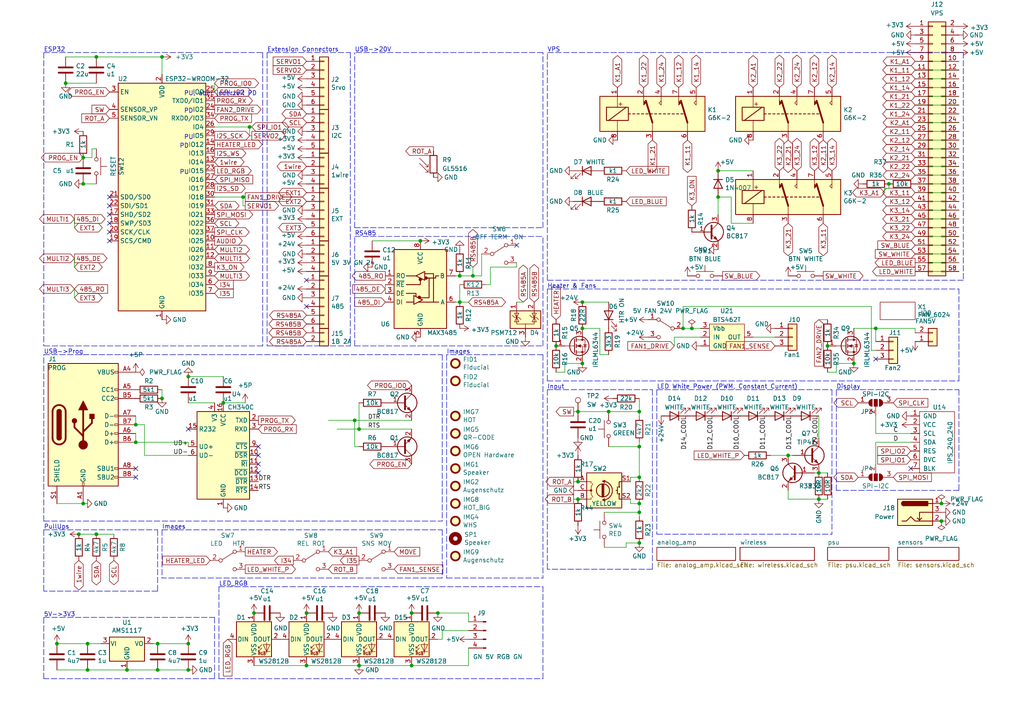
<source format=kicad_sch>
(kicad_sch (version 20211123) (generator eeschema)
  (paper "A4")
  (junction (at 137.16 80.01))
  (junction (at 24.13 146.05))
  (junction (at 45.72 186.69))
  (junction (at 70.485 57.15))
  (junction (at 39.37 128.27))
  (junction (at 168.91 87.63))
  (junction (at 54.61 109.22))
  (junction (at 228.6 132.08))
  (junction (at 104.14 193.04))
  (junction (at 54.61 186.69))
  (junction (at 208.28 49.53))
  (junction (at 167.64 119.38))
  (junction (at 208.28 57.15))
  (junction (at 273.05 151.13))
  (junction (at 161.29 100.33))
  (junction (at 121.92 69.85))
  (junction (at 185.42 148.59))
  (junction (at 88.9 177.8))
  (junction (at 39.37 123.19))
  (junction (at 185.42 119.38))
  (junction (at 237.49 144.78))
  (junction (at 46.99 115.57))
  (junction (at 200.66 95.25))
  (junction (at 168.91 95.25))
  (junction (at 102.87 121.92))
  (junction (at 72.39 36.83))
  (junction (at 46.99 16.51))
  (junction (at 168.91 105.41))
  (junction (at 176.53 119.38))
  (junction (at 119.38 177.8))
  (junction (at 104.14 124.46))
  (junction (at 22.86 154.94))
  (junction (at 198.12 95.25))
  (junction (at 240.03 100.33))
  (junction (at 167.64 144.78))
  (junction (at 88.9 193.04))
  (junction (at 185.42 157.48))
  (junction (at 119.38 193.04))
  (junction (at 27.94 16.51))
  (junction (at 273.05 146.05))
  (junction (at 64.77 116.84))
  (junction (at 25.4 194.31))
  (junction (at 237.49 137.16))
  (junction (at 24.13 45.72))
  (junction (at 254 95.25))
  (junction (at 185.42 138.43))
  (junction (at 133.35 87.63))
  (junction (at 127 177.8))
  (junction (at 19.05 24.13))
  (junction (at 36.83 194.31))
  (junction (at 104.14 177.8))
  (junction (at 54.61 194.31))
  (junction (at 73.66 177.8))
  (junction (at 25.4 186.69))
  (junction (at 24.13 53.34))
  (junction (at 133.35 80.01))
  (junction (at 247.65 105.41))
  (junction (at 27.94 154.94))
  (junction (at 257.81 53.34))
  (junction (at 185.42 146.05))
  (junction (at 45.72 194.31))
  (junction (at 167.64 139.7))
  (junction (at 16.51 186.69))
  (junction (at 185.42 129.54))
  (no_connect (at 31.75 62.23))
  (no_connect (at 39.37 135.89))
  (no_connect (at 31.75 59.69))
  (no_connect (at 149.86 71.12))
  (no_connect (at 39.37 138.43))
  (no_connect (at 74.93 137.16))
  (no_connect (at 88.9 81.28))
  (no_connect (at 31.75 67.31))
  (no_connect (at 31.75 57.15))
  (no_connect (at 31.75 69.85))
  (no_connect (at 264.16 135.89))
  (no_connect (at 254 104.14))
  (no_connect (at 88.9 88.9))
  (no_connect (at 31.75 64.77))
  (no_connect (at 74.93 129.54))
  (no_connect (at 74.93 132.08))
  (no_connect (at 54.61 124.46))
  (no_connect (at 74.93 134.62))
  (wire (pts (xy 208.28 49.53) (xy 218.44 49.53)))
  (wire (pts (xy 185.42 119.38) (xy 185.42 120.65)))
  (wire (pts (xy 185.42 148.59) (xy 185.42 149.86)))
  (wire (pts (xy 167.64 144.78) (xy 166.37 144.78)))
  (wire (pts (xy 265.43 50.8) (xy 278.13 50.8)))
  (polyline (pts (xy 102.87 68.58) (xy 157.48 68.58)))
  (polyline (pts (xy 279.4 15.24) (xy 279.4 81.28)))
  (wire (pts (xy 237.49 144.78) (xy 240.03 144.78)))
  (wire (pts (xy 39.37 123.19) (xy 41.91 123.19)))
  (wire (pts (xy 265.43 30.48) (xy 278.13 30.48)))
  (polyline (pts (xy 102.87 66.04) (xy 157.48 66.04)))
  (polyline (pts (xy 12.7 15.24) (xy 12.7 100.33)))
  (wire (pts (xy 163.83 105.41) (xy 163.83 107.95)))
  (wire (pts (xy 265.43 68.58) (xy 278.13 68.58)))
  (polyline (pts (xy 62.23 179.07) (xy 62.23 196.85)))
  (wire (pts (xy 137.16 77.47) (xy 137.16 80.01)))
  (wire (pts (xy 24.13 45.72) (xy 26.67 45.72)))
  (wire (pts (xy 45.72 186.69) (xy 54.61 186.69)))
  (wire (pts (xy 119.38 193.04) (xy 135.89 193.04)))
  (polyline (pts (xy 102.87 100.33) (xy 157.48 100.33)))
  (polyline (pts (xy 77.47 15.24) (xy 77.47 100.33)))
  (wire (pts (xy 142.24 77.47) (xy 142.24 82.55)))
  (polyline (pts (xy 279.4 81.28) (xy 158.75 81.28)))
  (polyline (pts (xy 101.6 15.24) (xy 101.6 100.33)))
  (wire (pts (xy 218.44 64.77) (xy 212.09 64.77)))
  (wire (pts (xy 265.43 45.72) (xy 278.13 45.72)))
  (wire (pts (xy 265.43 78.74) (xy 278.13 78.74)))
  (wire (pts (xy 265.43 58.42) (xy 278.13 58.42)))
  (polyline (pts (xy 45.72 153.67) (xy 45.72 171.45)))
  (wire (pts (xy 195.58 97.79) (xy 195.58 100.33)))
  (wire (pts (xy 27.94 24.13) (xy 19.05 24.13)))
  (wire (pts (xy 70.485 57.15) (xy 71.12 57.15)))
  (wire (pts (xy 265.43 38.1) (xy 278.13 38.1)))
  (wire (pts (xy 21.59 63.5) (xy 21.59 66.04)))
  (wire (pts (xy 44.45 186.69) (xy 45.72 186.69)))
  (wire (pts (xy 25.4 194.31) (xy 16.51 194.31)))
  (wire (pts (xy 175.26 148.59) (xy 185.42 148.59)))
  (wire (pts (xy 104.14 124.46) (xy 119.38 124.46)))
  (wire (pts (xy 137.16 80.01) (xy 133.35 80.01)))
  (wire (pts (xy 149.86 77.47) (xy 142.24 77.47)))
  (wire (pts (xy 265.43 22.86) (xy 278.13 22.86)))
  (wire (pts (xy 39.37 120.65) (xy 39.37 123.19)))
  (polyline (pts (xy 157.48 66.04) (xy 157.48 15.24)))
  (wire (pts (xy 62.23 116.84) (xy 54.61 116.84)))
  (wire (pts (xy 62.23 36.83) (xy 72.39 36.83)))
  (wire (pts (xy 181.61 158.75) (xy 181.61 157.48)))
  (wire (pts (xy 142.24 82.55) (xy 140.97 82.55)))
  (wire (pts (xy 54.61 132.08) (xy 41.91 132.08)))
  (polyline (pts (xy 102.87 66.04) (xy 102.87 15.24)))
  (polyline (pts (xy 189.23 165.1) (xy 158.75 165.1)))
  (polyline (pts (xy 46.99 153.67) (xy 128.27 153.67)))
  (polyline (pts (xy 63.5 170.18) (xy 157.48 170.18)))
  (wire (pts (xy 22.86 154.94) (xy 27.94 154.94)))
  (wire (pts (xy 242.57 107.95) (xy 240.03 107.95)))
  (wire (pts (xy 265.43 66.04) (xy 278.13 66.04)))
  (wire (pts (xy 21.59 77.47) (xy 21.59 74.93)))
  (wire (pts (xy 26.67 43.18) (xy 27.94 43.18)))
  (wire (pts (xy 111.76 82.55) (xy 111.76 85.09)))
  (wire (pts (xy 265.43 95.25) (xy 265.43 96.52)))
  (polyline (pts (xy 158.75 83.82) (xy 278.13 83.82)))
  (wire (pts (xy 62.23 57.15) (xy 70.485 57.15)))
  (polyline (pts (xy 102.87 100.33) (xy 102.87 68.58)))
  (wire (pts (xy 62.23 26.67) (xy 62.23 24.13)))
  (polyline (pts (xy 77.47 15.24) (xy 101.6 15.24)))
  (polyline (pts (xy 157.48 15.24) (xy 102.87 15.24)))
  (wire (pts (xy 265.43 76.2) (xy 278.13 76.2)))
  (wire (pts (xy 128.27 182.88) (xy 135.89 182.88)))
  (polyline (pts (xy 12.7 151.13) (xy 12.7 102.87)))
  (polyline (pts (xy 128.27 153.67) (xy 128.27 167.64)))
  (wire (pts (xy 212.09 57.15) (xy 208.28 57.15)))
  (wire (pts (xy 224.79 97.79) (xy 218.44 97.79)))
  (wire (pts (xy 27.94 16.51) (xy 19.05 16.51)))
  (polyline (pts (xy 128.27 102.87) (xy 128.27 151.13)))
  (wire (pts (xy 223.52 132.08) (xy 228.6 132.08)))
  (polyline (pts (xy 128.27 167.64) (xy 46.99 167.64)))
  (wire (pts (xy 242.57 105.41) (xy 242.57 107.95)))
  (wire (pts (xy 254 128.27) (xy 254 134.62)))
  (wire (pts (xy 256.54 54.61) (xy 256.54 55.88)))
  (polyline (pts (xy 12.7 153.67) (xy 45.72 153.67)))
  (wire (pts (xy 104.14 193.04) (xy 88.9 193.04)))
  (wire (pts (xy 163.83 107.95) (xy 161.29 107.95)))
  (wire (pts (xy 45.72 194.31) (xy 36.83 194.31)))
  (polyline (pts (xy 190.5 154.94) (xy 241.3 154.94)))
  (wire (pts (xy 264.16 125.73) (xy 254 125.73)))
  (wire (pts (xy 247.65 105.41) (xy 242.57 105.41)))
  (wire (pts (xy 36.83 194.31) (xy 25.4 194.31)))
  (wire (pts (xy 265.43 55.88) (xy 278.13 55.88)))
  (wire (pts (xy 173.99 102.87) (xy 176.53 102.87)))
  (wire (pts (xy 128.27 185.42) (xy 128.27 182.88)))
  (wire (pts (xy 237.49 120.65) (xy 237.49 127)))
  (wire (pts (xy 176.53 119.38) (xy 185.42 119.38)))
  (wire (pts (xy 228.6 132.08) (xy 229.87 132.08)))
  (wire (pts (xy 73.025 39.37) (xy 72.39 39.37)))
  (wire (pts (xy 265.43 27.94) (xy 278.13 27.94)))
  (wire (pts (xy 254 125.73) (xy 254 120.65)))
  (wire (pts (xy 121.92 69.85) (xy 107.95 69.85)))
  (wire (pts (xy 237.49 137.16) (xy 240.03 137.16)))
  (wire (pts (xy 149.86 87.63) (xy 151.765 87.63)))
  (wire (pts (xy 135.89 87.63) (xy 133.35 87.63)))
  (polyline (pts (xy 12.7 102.87) (xy 128.27 102.87)))
  (polyline (pts (xy 129.54 102.87) (xy 129.54 167.64)))
  (polyline (pts (xy 12.7 153.67) (xy 12.7 171.45)))
  (wire (pts (xy 133.35 80.01) (xy 132.08 80.01)))
  (wire (pts (xy 39.37 128.27) (xy 39.37 125.73)))
  (wire (pts (xy 265.43 73.66) (xy 278.13 73.66)))
  (wire (pts (xy 41.91 132.08) (xy 41.91 123.19)))
  (polyline (pts (xy 12.7 15.24) (xy 76.2 15.24)))
  (polyline (pts (xy 157.48 102.87) (xy 157.48 167.64)))
  (wire (pts (xy 104.14 116.84) (xy 104.14 124.46)))
  (wire (pts (xy 264.16 128.27) (xy 254 128.27)))
  (polyline (pts (xy 278.13 110.49) (xy 278.13 83.82)))
  (wire (pts (xy 54.61 194.31) (xy 45.72 194.31)))
  (wire (pts (xy 25.4 186.69) (xy 29.21 186.69)))
  (polyline (pts (xy 63.5 196.85) (xy 157.48 196.85)))
  (wire (pts (xy 72.39 36.83) (xy 73.025 36.83)))
  (wire (pts (xy 132.08 87.63) (xy 133.35 87.63)))
  (wire (pts (xy 104.14 193.04) (xy 119.38 193.04)))
  (wire (pts (xy 212.09 64.77) (xy 212.09 57.15)))
  (wire (pts (xy 97.79 124.46) (xy 104.14 124.46)))
  (wire (pts (xy 237.49 92.71) (xy 240.03 92.71)))
  (wire (pts (xy 203.2 97.79) (xy 195.58 97.79)))
  (wire (pts (xy 139.7 80.01) (xy 139.7 73.66)))
  (wire (pts (xy 185.42 129.54) (xy 185.42 138.43)))
  (polyline (pts (xy 190.5 113.03) (xy 190.5 154.94)))
  (wire (pts (xy 265.43 20.32) (xy 278.13 20.32)))
  (wire (pts (xy 102.87 121.92) (xy 102.87 129.54)))
  (polyline (pts (xy 158.75 110.49) (xy 278.13 110.49)))
  (wire (pts (xy 185.42 138.43) (xy 182.88 138.43)))
  (wire (pts (xy 135.89 177.8) (xy 135.89 180.34)))
  (polyline (pts (xy 157.48 100.33) (xy 157.48 68.58)))
  (wire (pts (xy 182.88 146.05) (xy 185.42 146.05)))
  (wire (pts (xy 176.53 129.54) (xy 185.42 129.54)))
  (wire (pts (xy 72.39 36.83) (xy 72.39 39.37)))
  (wire (pts (xy 236.22 137.16) (xy 237.49 137.16)))
  (wire (pts (xy 135.89 193.04) (xy 135.89 187.96)))
  (wire (pts (xy 265.43 40.64) (xy 278.13 40.64)))
  (wire (pts (xy 137.16 80.01) (xy 139.7 80.01)))
  (wire (pts (xy 64.77 116.84) (xy 71.12 116.84)))
  (wire (pts (xy 54.61 128.27) (xy 54.61 129.54)))
  (wire (pts (xy 254 95.25) (xy 265.43 95.25)))
  (wire (pts (xy 175.26 158.75) (xy 181.61 158.75)))
  (wire (pts (xy 21.59 86.36) (xy 21.59 83.82)))
  (polyline (pts (xy 190.5 113.03) (xy 241.3 113.03)))
  (polyline (pts (xy 129.54 167.64) (xy 157.48 167.64)))
  (wire (pts (xy 265.43 35.56) (xy 278.13 35.56)))
  (polyline (pts (xy 242.57 113.03) (xy 278.13 113.03)))
  (wire (pts (xy 252.73 101.6) (xy 254 101.6)))
  (wire (pts (xy 127 177.8) (xy 135.89 177.8)))
  (wire (pts (xy 173.99 95.25) (xy 173.99 102.87)))
  (polyline (pts (xy 62.23 196.85) (xy 12.7 196.85)))
  (wire (pts (xy 181.61 157.48) (xy 185.42 157.48)))
  (wire (pts (xy 185.42 146.05) (xy 185.42 148.59)))
  (polyline (pts (xy 189.23 113.03) (xy 189.23 165.1)))
  (wire (pts (xy 185.42 129.54) (xy 185.42 128.27)))
  (wire (pts (xy 265.43 53.34) (xy 278.13 53.34)))
  (wire (pts (xy 149.86 76.2) (xy 149.86 77.47)))
  (polyline (pts (xy 279.4 15.24) (xy 158.75 15.24)))
  (wire (pts (xy 70.485 57.15) (xy 70.485 59.69)))
  (wire (pts (xy 16.51 186.69) (xy 25.4 186.69)))
  (wire (pts (xy 182.88 138.43) (xy 182.88 139.7)))
  (wire (pts (xy 168.91 105.41) (xy 163.83 105.41)))
  (polyline (pts (xy 157.48 102.87) (xy 129.54 102.87)))
  (wire (pts (xy 70.485 59.69) (xy 71.12 59.69)))
  (wire (pts (xy 127 185.42) (xy 128.27 185.42)))
  (wire (pts (xy 200.66 95.25) (xy 198.12 95.25)))
  (wire (pts (xy 265.43 25.4) (xy 278.13 25.4)))
  (polyline (pts (xy 158.75 113.03) (xy 189.23 113.03)))
  (wire (pts (xy 39.37 128.27) (xy 54.61 128.27)))
  (polyline (pts (xy 63.5 196.85) (xy 63.5 170.18)))
  (wire (pts (xy 167.64 119.38) (xy 166.37 119.38)))
  (polyline (pts (xy 158.75 81.28) (xy 158.75 15.24)))
  (polyline (pts (xy 12.7 151.13) (xy 128.27 151.13)))
  (wire (pts (xy 27.94 154.94) (xy 33.02 154.94)))
  (wire (pts (xy 208.28 62.23) (xy 208.28 57.15)))
  (polyline (pts (xy 158.75 113.03) (xy 158.75 165.1)))
  (wire (pts (xy 54.61 109.22) (xy 64.77 109.22)))
  (polyline (pts (xy 76.2 100.33) (xy 12.7 100.33)))
  (wire (pts (xy 198.12 88.9) (xy 198.12 95.25)))
  (wire (pts (xy 176.53 119.38) (xy 167.64 119.38)))
  (polyline (pts (xy 242.57 142.24) (xy 242.57 113.03)))
  (wire (pts (xy 228.6 144.78) (xy 237.49 144.78)))
  (polyline (pts (xy 77.47 100.33) (xy 101.6 100.33)))
  (wire (pts (xy 168.91 95.25) (xy 173.99 95.25)))
  (wire (pts (xy 102.87 121.92) (xy 119.38 121.92)))
  (wire (pts (xy 254 95.25) (xy 247.65 95.25)))
  (wire (pts (xy 265.43 43.18) (xy 278.13 43.18)))
  (polyline (pts (xy 241.3 113.03) (xy 241.3 154.94)))
  (wire (pts (xy 198.12 88.9) (xy 252.73 88.9)))
  (wire (pts (xy 203.2 95.25) (xy 200.66 95.25)))
  (wire (pts (xy 102.87 129.54) (xy 104.14 129.54)))
  (wire (pts (xy 16.51 146.05) (xy 24.13 146.05)))
  (wire (pts (xy 182.88 144.78) (xy 182.88 146.05)))
  (wire (pts (xy 185.42 119.38) (xy 185.42 115.57)))
  (polyline (pts (xy 45.72 171.45) (xy 12.7 171.45)))
  (polyline (pts (xy 157.48 196.85) (xy 157.48 170.18)))
  (polyline (pts (xy 12.7 179.07) (xy 62.23 179.07)))
  (wire (pts (xy 46.99 16.51) (xy 27.94 16.51)))
  (wire (pts (xy 133.35 87.63) (xy 133.35 82.55)))
  (wire (pts (xy 257.81 53.34) (xy 257.81 54.61)))
  (wire (pts (xy 46.99 113.03) (xy 46.99 115.57)))
  (wire (pts (xy 265.43 60.96) (xy 278.13 60.96)))
  (wire (pts (xy 265.43 63.5) (xy 278.13 63.5)))
  (polyline (pts (xy 158.75 110.49) (xy 158.75 83.82)))
  (wire (pts (xy 252.73 88.9) (xy 252.73 101.6)))
  (polyline (pts (xy 278.13 113.03) (xy 278.13 142.24)))
  (wire (pts (xy 167.64 139.7) (xy 166.37 139.7)))
  (wire (pts (xy 257.81 54.61) (xy 256.54 54.61)))
  (wire (pts (xy 26.67 45.72) (xy 26.67 43.18)))
  (wire (pts (xy 46.99 21.59) (xy 46.99 16.51)))
  (wire (pts (xy 168.91 87.63) (xy 176.53 87.63)))
  (wire (pts (xy 265.43 48.26) (xy 278.13 48.26)))
  (polyline (pts (xy 76.2 15.24) (xy 76.2 100.33)))
  (polyline (pts (xy 46.99 153.67) (xy 46.99 167.64)))
  (wire (pts (xy 254 99.06) (xy 254 95.25)))
  (polyline (pts (xy 278.13 142.24) (xy 242.57 142.24)))
  (wire (pts (xy 228.6 142.24) (xy 228.6 144.78)))
  (wire (pts (xy 88.9 193.04) (xy 73.66 193.04)))
  (polyline (pts (xy 12.7 196.85) (xy 12.7 179.07)))
  (wire (pts (xy 265.43 17.78) (xy 278.13 17.78)))
  (wire (pts (xy 265.43 71.12) (xy 278.13 71.12)))
  (wire (pts (xy 24.13 53.34) (xy 27.94 53.34)))
  (wire (pts (xy 265.43 33.02) (xy 278.13 33.02)))
  (wire (pts (xy 95.25 121.92) (xy 102.87 121.92)))
  (text "LED White Power (PWM, Constant Current)" (at 190.5 113.03 0) (effects (font (size 1.27 1.27)) (justify left bottom)))
  (text "LED_RGB" (at 63.5 170.18 0) (effects (font (size 1.27 1.27)) (justify left bottom)))
  (text "Display" (at 242.57 113.03 0) (effects (font (size 1.27 1.27)) (justify left bottom)))
  (text "USB->Prog" (at 12.7 102.87 0) (effects (font (size 1.27 1.27)) (justify left bottom)))
  (text "PD" (at 52.07 43.18 0) (effects (font (size 1.27 1.27)) (justify left bottom)))
  (text "Images" (at 129.54 102.87 0) (effects (font (size 1.27 1.27)) (justify left bottom)))
  (text "PU, aber jederzeit PD" (at 53.34 27.94 0) (effects (font (size 1.27 1.27)) (justify left bottom)))
  (text "Input" (at 158.75 113.03 0) (effects (font (size 1.27 1.27)) (justify left bottom)))
  (text "USB->20V" (at 102.87 15.24 0) (effects (font (size 1.27 1.27)) (justify left bottom)))
  (text "VPS" (at 158.75 15.24 0) (effects (font (size 1.27 1.27)) (justify left bottom)))
  (text "Images" (at 46.99 153.67 0) (effects (font (size 1.27 1.27)) (justify left bottom)))
  (text "PullUps" (at 12.7 153.67 0) (effects (font (size 1.27 1.27)) (justify left bottom)))
  (text "PU" (at 53.34 40.64 0) (effects (font (size 1.27 1.27)) (justify left bottom)))
  (text "5V->3V3" (at 12.7 179.07 0) (effects (font (size 1.27 1.27)) (justify left bottom)))
  (text "RS485" (at 102.87 68.58 0) (effects (font (size 1.27 1.27)) (justify left bottom)))
  (text "Heater & Fans" (at 158.75 83.82 0) (effects (font (size 1.27 1.27)) (justify left bottom)))
  (text "PU" (at 52.07 50.8 0) (effects (font (size 1.27 1.27)) (justify left bottom)))
  (text "Extension Connectors" (at 77.47 15.24 0) (effects (font (size 1.27 1.27)) (justify left bottom)))
  (text "PD" (at 53.34 33.02 0) (effects (font (size 1.27 1.27)) (justify left bottom)))
  (text "ESP32" (at 12.7 15.24 0) (effects (font (size 1.27 1.27)) (justify left bottom)))
  (label "D10_COOL" (at 214.63 120.65 270))
  (label "RTS" (at 106.68 124.46 0))
  (label "D12_COOL" (at 207.01 120.65 270))
  (label "UD+" (at 54.61 129.54 180))
  (label "D11_COOL" (at 222.25 120.65 270))
  (label "C" (at 259.08 125.73 0))
  (label "D13_COOL" (at 229.87 120.65 270))
  (label "D" (at 259.08 128.27 0))
  (label "DTR" (at 74.93 139.7 0))
  (label "DTR" (at 106.68 121.92 0))
  (label "RTS" (at 74.93 142.24 0))
  (label "UD-" (at 54.61 132.08 180))
  (label "D9_COOL" (at 237.49 120.65 270))
  (label "D14_COOL" (at 199.39 120.65 270))
  (global_label "SW_WHITE" (shape output) (at 238.76 80.01 0) (property "Intersheet References" "${INTERSHEET_REFS}" (effects hide)))
  (global_label "RS485B" (shape bidirectional) (at 137.16 77.47 90) (property "Intersheet References" "${INTERSHEET_REFS}" (effects hide)))
  (global_label "FAN2_DRIVE" (shape output) (at 62.23 31.75 0) (property "Intersheet References" "${INTERSHEET_REFS}" (effects hide)))
  (global_label "PROG_IO0" (shape bidirectional) (at 119.38 111.76 180) (property "Intersheet References" "${INTERSHEET_REFS}" (effects hide)))
  (global_label "RS485A" (shape bidirectional) (at 151.765 87.63 90) (property "Intersheet References" "${INTERSHEET_REFS}" (effects hide)))
  (global_label "PROG_EN" (shape bidirectional) (at 31.75 26.67 180) (property "Intersheet References" "${INTERSHEET_REFS}" (effects hide)))
  (global_label "K1_21" (shape bidirectional) (at 265.43 27.94 180) (property "Intersheet References" "${INTERSHEET_REFS}" (effects hide)))
  (global_label "K3_11" (shape bidirectional) (at 238.76 64.77 270) (property "Intersheet References" "${INTERSHEET_REFS}" (effects hide)))
  (global_label "K3_11" (shape bidirectional) (at 265.43 55.88 180) (property "Intersheet References" "${INTERSHEET_REFS}" (effects hide)))
  (global_label "K3_21" (shape bidirectional) (at 265.43 63.5 180) (property "Intersheet References" "${INTERSHEET_REFS}" (effects hide)))
  (global_label "SPI_IO2" (shape bidirectional) (at 62.23 26.67 0) (property "Intersheet References" "${INTERSHEET_REFS}" (effects hide)))
  (global_label "EXT3" (shape bidirectional) (at 21.59 86.36 0) (property "Intersheet References" "${INTERSHEET_REFS}" (effects hide)))
  (global_label "LED_WHITE" (shape output) (at 265.43 78.74 180) (property "Intersheet References" "${INTERSHEET_REFS}" (effects hide)))
  (global_label "SCL" (shape bidirectional) (at 88.9 35.56 180) (property "Intersheet References" "${INTERSHEET_REFS}" (effects hide)))
  (global_label "SPI_CLK" (shape output) (at 62.23 67.31 0) (property "Intersheet References" "${INTERSHEET_REFS}" (effects hide)))
  (global_label "HEATER" (shape output) (at 71.12 160.02 0) (property "Intersheet References" "${INTERSHEET_REFS}" (effects hide)))
  (global_label "LED_BLUE" (shape input) (at 181.61 58.42 0) (property "Intersheet References" "${INTERSHEET_REFS}" (effects hide)))
  (global_label "I2S_WS" (shape output) (at 62.23 44.45 0) (property "Intersheet References" "${INTERSHEET_REFS}" (effects hide)))
  (global_label "K2_21" (shape bidirectional) (at 265.43 45.72 180) (property "Intersheet References" "${INTERSHEET_REFS}" (effects hide)))
  (global_label "485_DI" (shape input) (at 111.76 87.63 180) (property "Intersheet References" "${INTERSHEET_REFS}" (effects hide)))
  (global_label "RS485A" (shape bidirectional) (at 88.9 99.06 180) (property "Intersheet References" "${INTERSHEET_REFS}" (effects hide)))
  (global_label "SW" (shape output) (at 166.37 119.38 180) (property "Intersheet References" "${INTERSHEET_REFS}" (effects hide)))
  (global_label "SERVO2" (shape output) (at 73.025 39.37 0) (property "Intersheet References" "${INTERSHEET_REFS}" (effects hide)))
  (global_label "LED_WHITE_P" (shape input) (at 215.9 132.08 180) (property "Intersheet References" "${INTERSHEET_REFS}" (effects hide)))
  (global_label "LED_BLUE" (shape output) (at 265.43 76.2 180) (property "Intersheet References" "${INTERSHEET_REFS}" (effects hide)))
  (global_label "K1_22" (shape bidirectional) (at 265.43 30.48 180) (property "Intersheet References" "${INTERSHEET_REFS}" (effects hide)))
  (global_label "PROG_TX" (shape input) (at 62.23 34.29 0) (property "Intersheet References" "${INTERSHEET_REFS}" (effects hide)))
  (global_label "SDA" (shape bidirectional) (at 62.23 59.69 0) (property "Intersheet References" "${INTERSHEET_REFS}" (effects hide)))
  (global_label "K1_14" (shape bidirectional) (at 265.43 25.4 180) (property "Intersheet References" "${INTERSHEET_REFS}" (effects hide)))
  (global_label "485_DE" (shape output) (at 21.59 74.93 0) (property "Intersheet References" "${INTERSHEET_REFS}" (effects hide)))
  (global_label "I2S_SD" (shape output) (at 62.23 54.61 0) (property "Intersheet References" "${INTERSHEET_REFS}" (effects hide)))
  (global_label "PROG_RX" (shape input) (at 74.93 124.46 0) (property "Intersheet References" "${INTERSHEET_REFS}" (effects hide)))
  (global_label "K2_22" (shape bidirectional) (at 226.06 25.4 90) (property "Intersheet References" "${INTERSHEET_REFS}" (effects hide)))
  (global_label "K3_22" (shape bidirectional) (at 226.06 49.53 90) (property "Intersheet References" "${INTERSHEET_REFS}" (effects hide)))
  (global_label "RS485B" (shape bidirectional) (at 88.9 93.98 180) (property "Intersheet References" "${INTERSHEET_REFS}" (effects hide)))
  (global_label "K2_22" (shape bidirectional) (at 265.43 48.26 180) (property "Intersheet References" "${INTERSHEET_REFS}" (effects hide)))
  (global_label "SPI_IO2" (shape input) (at 264.16 130.81 180) (property "Intersheet References" "${INTERSHEET_REFS}" (effects hide)))
  (global_label "SPI_IO1" (shape input) (at 264.16 133.35 180) (property "Intersheet References" "${INTERSHEET_REFS}" (effects hide)))
  (global_label "K1_24" (shape bidirectional) (at 265.43 33.02 180) (property "Intersheet References" "${INTERSHEET_REFS}" (effects hide)))
  (global_label "I34" (shape output) (at 85.09 162.56 180) (property "Intersheet References" "${INTERSHEET_REFS}" (effects hide)))
  (global_label "MULTI3" (shape bidirectional) (at 62.23 80.01 0) (property "Intersheet References" "${INTERSHEET_REFS}" (effects hide)))
  (global_label "EXT3" (shape bidirectional) (at 88.9 66.04 180) (property "Intersheet References" "${INTERSHEET_REFS}" (effects hide)))
  (global_label "SERVO1" (shape output) (at 71.12 59.69 0) (property "Intersheet References" "${INTERSHEET_REFS}" (effects hide)))
  (global_label "K1_12" (shape bidirectional) (at 265.43 22.86 180) (property "Intersheet References" "${INTERSHEET_REFS}" (effects hide)))
  (global_label "K3_ON" (shape output) (at 62.23 77.47 0) (property "Intersheet References" "${INTERSHEET_REFS}" (effects hide)))
  (global_label "LED_WHITE" (shape input) (at 181.61 49.53 0) (property "Intersheet References" "${INTERSHEET_REFS}" (effects hide)))
  (global_label "SERVO1" (shape input) (at 88.9 17.78 180) (property "Intersheet References" "${INTERSHEET_REFS}" (effects hide)))
  (global_label "K2_24" (shape bidirectional) (at 265.43 50.8 180) (property "Intersheet References" "${INTERSHEET_REFS}" (effects hide)))
  (global_label "K2_12" (shape bidirectional) (at 236.22 25.4 90) (property "Intersheet References" "${INTERSHEET_REFS}" (effects hide)))
  (global_label "SDA" (shape bidirectional) (at 27.94 162.56 270) (property "Intersheet References" "${INTERSHEET_REFS}" (effects hide)))
  (global_label "485_RO" (shape input) (at 21.59 83.82 0) (property "Intersheet References" "${INTERSHEET_REFS}" (effects hide)))
  (global_label "1wire" (shape bidirectional) (at 22.86 162.56 270) (property "Intersheet References" "${INTERSHEET_REFS}" (effects hide)))
  (global_label "HEATER_LED" (shape output) (at 62.23 41.91 0) (property "Intersheet References" "${INTERSHEET_REFS}" (effects hide)))
  (global_label "I35" (shape input) (at 62.23 85.09 0) (property "Intersheet References" "${INTERSHEET_REFS}" (effects hide)))
  (global_label "PROG_RX" (shape output) (at 62.23 29.21 0) (property "Intersheet References" "${INTERSHEET_REFS}" (effects hide)))
  (global_label "SW" (shape input) (at 31.75 31.75 180) (property "Intersheet References" "${INTERSHEET_REFS}" (effects hide)))
  (global_label "I2S_SCK" (shape output) (at 62.23 39.37 0) (property "Intersheet References" "${INTERSHEET_REFS}" (effects hide)))
  (global_label "K1_14" (shape bidirectional) (at 201.93 25.4 90) (property "Intersheet References" "${INTERSHEET_REFS}" (effects hide)))
  (global_label "485_RO" (shape output) (at 111.76 80.01 180) (property "Intersheet References" "${INTERSHEET_REFS}" (effects hide)))
  (global_label "K3_ON" (shape input) (at 200.66 59.69 90) (property "Intersheet References" "${INTERSHEET_REFS}" (effects hide)))
  (global_label "MULTI2" (shape bidirectional) (at 21.59 74.93 180) (property "Intersheet References" "${INTERSHEET_REFS}" (effects hide)))
  (global_label "FAN1_SENSE" (shape input) (at 224.79 100.33 180) (property "Intersheet References" "${INTERSHEET_REFS}" (effects hide)))
  (global_label "K1_22" (shape bidirectional) (at 186.69 25.4 90) (property "Intersheet References" "${INTERSHEET_REFS}" (effects hide)))
  (global_label "EXT1" (shape bidirectional) (at 88.9 55.88 180) (property "Intersheet References" "${INTERSHEET_REFS}" (effects hide)))
  (global_label "K2_14" (shape bidirectional) (at 241.3 25.4 90) (property "Intersheet References" "${INTERSHEET_REFS}" (effects hide)))
  (global_label "K3_12" (shape bidirectional) (at 236.22 49.53 90) (property "Intersheet References" "${INTERSHEET_REFS}" (effects hide)))
  (global_label "ROT_B" (shape output) (at 166.37 144.78 180) (property "Intersheet References" "${INTERSHEET_REFS}" (effects hide)))
  (global_label "SPI_MISO" (shape input) (at 62.23 52.07 0) (property "Intersheet References" "${INTERSHEET_REFS}" (effects hide)))
  (global_label "K1_11" (shape bidirectional) (at 199.39 40.64 270) (property "Intersheet References" "${INTERSHEET_REFS}" (effects hide)))
  (global_label "K2_24" (shape bidirectional) (at 231.14 25.4 90) (property "Intersheet References" "${INTERSHEET_REFS}" (effects hide)))
  (global_label "SPI_CLK" (shape input) (at 259.08 116.84 0) (property "Intersheet References" "${INTERSHEET_REFS}" (effects hide)))
  (global_label "K3_14" (shape bidirectional) (at 265.43 60.96 180) (property "Intersheet References" "${INTERSHEET_REFS}" (effects hide)))
  (global_label "PROG_EN" (shape bidirectional) (at 24.13 45.72 180) (property "Intersheet References" "${INTERSHEET_REFS}" (effects hide)))
  (global_label "FAN1_SENSE" (shape input) (at 114.3 165.1 0) (property "Intersheet References" "${INTERSHEET_REFS}" (effects hide)))
  (global_label "LED_RGB" (shape input) (at 66.04 185.42 270) (property "Intersheet References" "${INTERSHEET_REFS}" (effects hide)))
  (global_label "PROG_TX" (shape output) (at 74.93 121.92 0) (property "Intersheet References" "${INTERSHEET_REFS}" (effects hide)))
  (global_label "SPI_MOSI" (shape output) (at 62.23 62.23 0) (property "Intersheet References" "${INTERSHEET_REFS}" (effects hide)))
  (global_label "K2_12" (shape bidirectional) (at 265.43 40.64 180) (property "Intersheet References" "${INTERSHEET_REFS}" (effects hide)))
  (global_label "SW_WHITE" (shape input) (at 265.43 73.66 180) (property "Intersheet References" "${INTERSHEET_REFS}" (effects hide)))
  (global_label "K2_14" (shape bidirectional) (at 265.43 43.18 180) (property "Intersheet References" "${INTERSHEET_REFS}" (effects hide)))
  (global_label "SPI_IO1" (shape bidirectional) (at 73.025 36.83 0) (property "Intersheet References" "${INTERSHEET_REFS}" (effects hide)))
  (global_label "K1_A1" (shape bidirectional) (at 179.07 25.4 90) (property "Intersheet References" "${INTERSHEET_REFS}" (effects hide)))
  (global_label "PROG_IO0" (shape bidirectional) (at 62.23 24.13 0) (property "Intersheet References" "${INTERSHEET_REFS}" (effects hide)))
  (global_label "LED_RGB" (shape output) (at 62.23 49.53 0) (property "Intersheet References" "${INTERSHEET_REFS}" (effects hide)))
  (global_label "K3_12" (shape bidirectional) (at 265.43 58.42 180) (property "Intersheet References" "${INTERSHEET_REFS}" (effects hide)))
  (global_label "FAN2_DRIVE" (shape input) (at 237.49 92.71 270) (property "Intersheet References" "${INTERSHEET_REFS}" (effects hide)))
  (global_label "ROT_B" (shape input) (at 95.25 165.1 0) (property "Intersheet References" "${INTERSHEET_REFS}" (effects hide)))
  (global_label "HEATER" (shape input) (at 161.29 92.71 90) (property "Intersheet References" "${INTERSHEET_REFS}" (effects hide)))
  (global_label "SW_BLUE" (shape output) (at 209.55 80.01 0) (property "Intersheet References" "${INTERSHEET_REFS}" (effects hide)))
  (global_label "K3_22" (shape bidirectional) (at 265.43 66.04 180) (property "Intersheet References" "${INTERSHEET_REFS}" (effects hide)))
  (global_label "K2_11" (shape bidirectional) (at 265.43 38.1 180) (property "Intersheet References" "${INTERSHEET_REFS}" (effects hide)))
  (global_label "MULTI1" (shape bidirectional) (at 62.23 74.93 0) (property "Intersheet References" "${INTERSHEET_REFS}" (effects hide)))
  (global_label "1wire" (shape bidirectional) (at 88.9 48.26 180) (property "Intersheet References" "${INTERSHEET_REFS}" (effects hide)))
  (global_label "K1_24" (shape bidirectional) (at 191.77 25.4 90) (property "Intersheet References" "${INTERSHEET_REFS}" (effects hide)))
  (global_label "SCL" (shape bidirectional) (at 62.23 64.77 0) (property "Intersheet References" "${INTERSHEET_REFS}" (effects hide)))
  (global_label "LED_WHITE_P" (shape output) (at 71.12 165.1 0) (property "Intersheet References" "${INTERSHEET_REFS}" (effects hide)))
  (global_label "RS485B" (shape bidirectional) (at 154.94 87.63 90) (property "Intersheet References" "${INTERSHEET_REFS}" (effects hide)))
  (global_label "K2_21" (shape bidirectional) (at 228.6 40.64 270) (property "Intersheet References" "${INTERSHEET_REFS}" (effects hide)))
  (global_label "AUDIO" (shape output) (at 62.23 69.85 0) (property "Intersheet References" "${INTERSHEET_REFS}" (effects hide)))
  (global_label "RS485A" (shape bidirectional) (at 135.89 87.63 0) (property "Intersheet References" "${INTERSHEET_REFS}" (effects hide)))
  (global_label "MULTI3" (shape bidirectional) (at 21.59 83.82 180) (property "Intersheet References" "${INTERSHEET_REFS}" (effects hide)))
  (global_label "K3_14" (shape bidirectional) (at 241.3 49.53 90) (property "Intersheet References" "${INTERSHEET_REFS}" (effects hide)))
  (global_label "SCL" (shape bidirectional) (at 33.02 162.56 270) (property "Intersheet References" "${INTERSHEET_REFS}" (effects hide)))
  (global_label "SERVO2" (shape input) (at 88.9 20.32 180) (property "Intersheet References" "${INTERSHEET_REFS}" (effects hide)))
  (global_label "EXT2" (shape bidirectional) (at 88.9 58.42 180) (property "Intersheet References" "${INTERSHEET_REFS}" (effects hide)))
  (global_label "1wire" (shape bidirectional) (at 62.23 46.99 0) (property "Intersheet References" "${INTERSHEET_REFS}" (effects hide)))
  (global_label "FAN1_DRIVE" (shape output) (at 71.12 57.15 0) (property "Intersheet References" "${INTERSHEET_REFS}" (effects hide)))
  (global_label "K2_11" (shape bidirectional) (at 238.76 40.64 270) (property "Intersheet References" "${INTERSHEET_REFS}" (effects hide)))
  (global_label "K3_21" (shape bidirectional) (at 228.6 64.77 270) (property "Intersheet References" "${INTERSHEET_REFS}" (effects hide)))
  (global_label "K2_A1" (shape bidirectional) (at 218.44 25.4 90) (property "Intersheet References" "${INTERSHEET_REFS}" (effects hide)))
  (global_label "RS485B" (shape bidirectional) (at 88.9 96.52 180) (property "Intersheet References" "${INTERSHEET_REFS}" (effects hide)))
  (global_label "485_DE" (shape input) (at 111.76 83.82 180) (property "Intersheet References" "${INTERSHEET_REFS}" (effects hide)))
  (global_label "SCL" (shape bidirectional) (at 248.92 116.84 180) (property "Intersheet References" "${INTERSHEET_REFS}" (effects hide)))
  (global_label "I35" (shape output) (at 104.14 162.56 180) (property "Intersheet References" "${INTERSHEET_REFS}" (effects hide)))
  (global_label "ROT_A" (shape input) (at 31.75 34.29 180) (property "Intersheet References" "${INTERSHEET_REFS}" (effects hide)))
  (global_label "ROT_A" (shape output) (at 125.73 43.815 180) (property "Intersheet References" "${INTERSHEET_REFS}" (effects hide)))
  (global_label "I34" (shape input) (at 62.23 82.55 0) (property "Intersheet References" "${INTERSHEET_REFS}" (effects hide)))
  (global_label "K1_21" (shape bidirectional) (at 189.23 40.64 270) (property "Intersheet References" "${INTERSHEET_REFS}" (effects hide)))
  (global_label "K3_24" (shape bidirectional) (at 265.43 68.58 180) (property "Intersheet References" "${INTERSHEET_REFS}" (effects hide)))
  (global_label "EXT2" (shape bidirectional) (at 21.59 77.47 0) (property "Intersheet References" "${INTERSHEET_REFS}" (effects hide)))
  (global_label "K1_12" (shape bidirectional) (at 196.85 25.4 90) (property "Intersheet References" "${INTERSHEET_REFS}" (effects hide)))
  (global_label "HEATER_LED" (shape input) (at 60.96 162.56 180) (property "Intersheet References" "${INTERSHEET_REFS}" (effects hide)))
  (global_label "FAN1_DRIVE" (shape input) (at 195.58 100.33 180) (property "Intersheet References" "${INTERSHEET_REFS}" (effects hide)))
  (global_label "SDA" (shape bidirectional) (at 88.9 33.02 180) (property "Intersheet References" "${INTERSHEET_REFS}" (effects hide)))
  (global_label "K1_A1" (shape bidirectional) (at 265.43 17.78 180) (property "Intersheet References" "${INTERSHEET_REFS}" (effects hide)))
  (global_label "K1_11" (shape bidirectional) (at 265.43 20.32 180) (property "Intersheet References" "${INTERSHEET_REFS}" (effects hide)))
  (global_label "K3_24" (shape bidirectional) (at 231.14 49.53 90) (property "Intersheet References" "${INTERSHEET_REFS}" (effects hide)))
  (global_label "K3_A1" (shape input) (at 95.25 160.02 0) (property "Intersheet References" "${INTERSHEET_REFS}" (effects hide)))
  (global_label "PROG_EN" (shape bidirectional) (at 119.38 134.62 180) (property "Intersheet References" "${INTERSHEET_REFS}" (effects hide)))
  (global_label "SPI_MOSI" (shape input) (at 259.08 138.43 0) (property "Intersheet References" "${INTERSHEET_REFS}" (effects hide)))
  (global_label "MULTI2" (shape bidirectional) (at 62.23 72.39 0) (property "Intersheet References" "${INTERSHEET_REFS}" (effects hide)))
  (global_label "K2_A1" (shape bidirectional) (at 265.43 35.56 180) (property "Intersheet References" "${INTERSHEET_REFS}" (effects hide)))
  (global_label "EXT1" (shape bidirectional) (at 21.59 66.04 0) (property "Intersheet References" "${INTERSHEET_REFS}" (effects hide)))
  (global_label "SDA" (shape bidirectional) (at 248.92 138.43 180) (property "Intersheet References" "${INTERSHEET_REFS}" (effects hide)))
  (global_label "K3_A1" (shape bidirectional) (at 256.54 55.88 180) (property "Intersheet References" "${INTERSHEET_REFS}" (effects hide)))
  (global_label "485_DI" (shape output) (at 21.59 63.5 0) (property "Intersheet References" "${INTERSHEET_REFS}" (effects hide)))
  (global_label "ROT_A" (shape output) (at 166.37 139.7 180) (property "Intersheet References" "${INTERSHEET_REFS}" (effects hide)))
  (global_label "MULTI1" (shape bidirectional) (at 21.59 63.5 180) (property "Intersheet References" "${INTERSHEET_REFS}" (effects hide)))
  (global_label "SW_BLUE" (shape input) (at 265.43 71.12 180) (property "Intersheet References" "${INTERSHEET_REFS}" (effects hide)))
  (global_label "MOVE" (shape input) (at 114.3 160.02 0) (property "Intersheet References" "${INTERSHEET_REFS}" (effects hide)))
  (global_label "RS485A" (shape bidirectional) (at 88.9 91.44 180) (property "Intersheet References" "${INTERSHEET_REFS}" (effects hide)))
  (symbol (lib_id "RF_Module:ESP32-WROOM-32") (at 46.99 57.15 0) (unit 1)
    (property "Reference" "U2" (at 35.56 22.86 0))
    (property "Value" "ESP32-WROOM-32" (at 57.15 22.86 0))
    (property "Footprint" "RF_Module:ESP32-WROOM-32" (effects hide))
    (property "Datasheet" "https://www.espressif.com/sites/default/files/documentation/esp32-wroom-32_datasheet_en.pdf" (effects hide))
  )
  (symbol (lib_id "Switch:SW_Push") (at 176.53 124.46 90) (unit 1)
    (property "Reference" "SW3" (at 177.7492 123.2916 90) (effects (justify right)))
    (property "Value" "GREEN" (at 177.7492 125.603 90) (effects (justify right)))
    (property "Footprint" "liebler_MECH:SW_Push_1P1T_NO_CK_PTS125Sx43PSMTR" (effects hide))
  )
  (symbol (lib_id "Switch:SW_Push") (at 175.26 153.67 90) (unit 1)
    (property "Reference" "SW4" (at 176.4792 152.5016 90) (effects (justify right)))
    (property "Value" "RED" (at 176.4792 154.813 90) (effects (justify right)))
    (property "Footprint" "liebler_MECH:SW_Push_1P1T_NO_CK_PTS125Sx43PSMTR" (effects hide))
  )
  (symbol (lib_id "Device:Rotary_Encoder_Switch") (at 175.26 142.24 0) (unit 1)
    (property "Reference" "SW2" (at 173.99 135.89 0))
    (property "Value" "YELLOW" (at 175.26 146.05 0))
    (property "Footprint" "liebler_MECH:RotaryEncoder_Alps_EC11E-Switch_Vertical_H20mm" (effects hide))
  )
  (symbol (lib_id "Relay:G6K-2") (at 189.23 33.02 0) (unit 1)
    (property "Reference" "K1" (at 205.232 31.8516 0) (effects (justify left)))
    (property "Value" "G6K-2" (at 205.232 34.163 0) (effects (justify left)))
    (property "Footprint" "Relay_SMD:Relay_DPDT_Omron_G6K-2F-Y" (effects hide))
    (property "Datasheet" "http://omronfs.omron.com/en_US/ecb/products/pdf/en-g6k.pdf" (effects hide))
  )
  (symbol (lib_id "Relay:G6K-2") (at 228.6 33.02 0) (unit 1)
    (property "Reference" "K2" (at 244.602 31.8516 0) (effects (justify left)))
    (property "Value" "G6K-2" (at 244.602 34.163 0) (effects (justify left)))
    (property "Footprint" "Relay_SMD:Relay_DPDT_Omron_G6K-2F-Y" (effects hide))
    (property "Datasheet" "http://omronfs.omron.com/en_US/ecb/products/pdf/en-g6k.pdf" (effects hide))
  )
  (symbol (lib_id "Relay:G6K-2") (at 228.6 57.15 0) (unit 1)
    (property "Reference" "K3" (at 244.602 55.9816 0) (effects (justify left)))
    (property "Value" "G6K-2" (at 244.602 58.293 0) (effects (justify left)))
    (property "Footprint" "Relay_SMD:Relay_DPDT_Omron_G6K-2F-Y" (effects hide))
    (property "Datasheet" "http://omronfs.omron.com/en_US/ecb/products/pdf/en-g6k.pdf" (effects hide))
  )
  (symbol (lib_id "Connector:USB_C_Receptacle_USB2.0") (at 24.13 123.19 0) (unit 1)
    (property "Reference" "J1" (at 15.24 104.14 0))
    (property "Value" "PROG" (at 16.51 106.68 0))
    (property "Footprint" "liebler_CONN:USB_C_Receptacle_HRO_TYPE-C-31-M-12_IMPROVED" (effects hide))
    (property "Datasheet" "https://www.usb.org/sites/default/files/documents/usb_type-c.zip" (effects hide))
  )
  (symbol (lib_id "Regulator_Linear:AMS1117-3.3") (at 36.83 186.69 0) (unit 1)
    (property "Reference" "U1" (at 36.83 180.5432 0))
    (property "Value" "AMS1117" (at 36.83 182.8546 0))
    (property "Footprint" "Package_TO_SOT_SMD:SOT-223-3_TabPin2" (effects hide))
    (property "Datasheet" "http://www.advanced-monolithic.com/pdf/ds1117.pdf" (effects hide))
  )
  (symbol (lib_id "LED:WS2812B") (at 73.66 185.42 0) (unit 1)
    (property "Reference" "D1" (at 68.58 179.07 0) (effects (justify left)))
    (property "Value" "WS2812B" (at 74.93 191.77 0) (effects (justify left)))
    (property "Footprint" "LED_SMD:LED_WS2812B_PLCC4_5.0x5.0mm_P3.2mm" (effects hide))
    (property "Datasheet" "https://cdn-shop.adafruit.com/datasheets/WS2812B.pdf" (effects hide))
  )
  (symbol (lib_id "Device:C") (at 77.47 177.8 270) (unit 1)
    (property "Reference" "C14" (at 77.47 171.3992 90))
    (property "Value" "u1" (at 77.47 173.7106 90))
    (property "Footprint" "Capacitor_SMD:C_0603_1608Metric" (effects hide))
  )
  (symbol (lib_id "Device:C") (at 92.71 177.8 270) (unit 1)
    (property "Reference" "C16" (at 92.71 171.3992 90))
    (property "Value" "u1" (at 92.71 173.7106 90))
    (property "Footprint" "Capacitor_SMD:C_0603_1608Metric" (effects hide))
  )
  (symbol (lib_id "power:GND") (at 81.28 177.8 0) (unit 1)
    (property "Reference" "#PWR0101" (effects hide))
    (property "Value" "GND" (at 81.407 182.1942 0))
  )
  (symbol (lib_id "power:GND") (at 96.52 177.8 0) (unit 1)
    (property "Reference" "#PWR0102" (effects hide))
    (property "Value" "GND" (at 96.647 182.1942 0))
  )
  (symbol (lib_id "LED:WS2812B") (at 88.9 185.42 0) (unit 1)
    (property "Reference" "D2" (at 83.82 179.07 0) (effects (justify left)))
    (property "Value" "WS2812B" (at 90.17 191.77 0) (effects (justify left)))
    (property "Footprint" "LED_SMD:LED_WS2812B_PLCC4_5.0x5.0mm_P3.2mm" (effects hide))
    (property "Datasheet" "https://cdn-shop.adafruit.com/datasheets/WS2812B.pdf" (effects hide))
  )
  (symbol (lib_id "LED:WS2812B") (at 104.14 185.42 0) (unit 1)
    (property "Reference" "D3" (at 99.06 179.07 0) (effects (justify left)))
    (property "Value" "WS2812B" (at 105.41 191.77 0) (effects (justify left)))
    (property "Footprint" "LED_SMD:LED_WS2812B_PLCC4_5.0x5.0mm_P3.2mm" (effects hide))
    (property "Datasheet" "https://cdn-shop.adafruit.com/datasheets/WS2812B.pdf" (effects hide))
  )
  (symbol (lib_id "Device:C") (at 107.95 177.8 270) (unit 1)
    (property "Reference" "C18" (at 107.95 171.3992 90))
    (property "Value" "u1" (at 107.95 173.7106 90))
    (property "Footprint" "Capacitor_SMD:C_0603_1608Metric" (effects hide))
  )
  (symbol (lib_id "power:GND") (at 111.76 177.8 0) (unit 1)
    (property "Reference" "#PWR0103" (effects hide))
    (property "Value" "GND" (at 111.887 182.1942 0))
  )
  (symbol (lib_id "power:+5V") (at 73.66 177.8 0) (unit 1)
    (property "Reference" "#PWR0104" (effects hide))
    (property "Value" "+5V" (at 74.041 173.4058 0))
  )
  (symbol (lib_id "power:+5V") (at 88.9 177.8 0) (unit 1)
    (property "Reference" "#PWR0105" (effects hide))
    (property "Value" "+5V" (at 89.281 173.4058 0))
  )
  (symbol (lib_id "power:+5V") (at 104.14 177.8 0) (unit 1)
    (property "Reference" "#PWR0106" (effects hide))
    (property "Value" "+5V" (at 104.521 173.4058 0))
  )
  (symbol (lib_id "power:GND") (at 104.14 193.04 0) (unit 1)
    (property "Reference" "#PWR0109" (effects hide))
    (property "Value" "GND" (at 107.95 194.31 0))
  )
  (symbol (lib_id "Device:R") (at 43.18 113.03 270) (unit 1)
    (property "Reference" "R2" (at 43.18 110.49 90))
    (property "Value" "5k1" (at 43.18 113.03 90))
    (property "Footprint" "Resistor_SMD:R_0603_1608Metric" (effects hide))
  )
  (symbol (lib_id "Device:R") (at 43.18 115.57 270) (unit 1)
    (property "Reference" "R3" (at 43.18 118.11 90))
    (property "Value" "5k1" (at 43.18 115.57 90))
    (property "Footprint" "Resistor_SMD:R_0603_1608Metric" (effects hide))
  )
  (symbol (lib_id "power:GND") (at 46.99 115.57 0) (unit 1)
    (property "Reference" "#PWR0116" (effects hide))
    (property "Value" "GND" (at 46.99 119.38 0))
  )
  (symbol (lib_id "Mechanical:MountingHole") (at 132.08 156.21 0) (unit 1)
    (property "Reference" "SP1" (at 134.62 155.0416 0) (effects (justify left)))
    (property "Value" "Speaker" (at 134.62 157.353 0) (effects (justify left)))
    (property "Footprint" "liebler_MECH:SPEAKER_2415" (effects hide))
  )
  (symbol (lib_id "power:GND") (at 24.13 146.05 90) (unit 1)
    (property "Reference" "#PWR0117" (effects hide))
    (property "Value" "GND" (at 29.21 146.05 90))
  )
  (symbol (lib_id "Device:C") (at 54.61 113.03 180) (unit 1)
    (property "Reference" "C10" (at 57.15 110.49 0))
    (property "Value" "u1" (at 55.88 115.57 0))
    (property "Footprint" "Capacitor_SMD:C_0603_1608Metric" (effects hide))
  )
  (symbol (lib_id "Device:C") (at 64.77 113.03 180) (unit 1)
    (property "Reference" "C6" (at 64.77 110.49 0) (effects (justify right)))
    (property "Value" "u1" (at 64.77 115.57 0) (effects (justify right)))
    (property "Footprint" "Capacitor_SMD:C_0603_1608Metric" (effects hide))
  )
  (symbol (lib_id "Transistor_BJT:BC817") (at 116.84 116.84 0) (unit 1)
    (property "Reference" "Q2" (at 113.03 114.3 0) (effects (justify left)))
    (property "Value" "BC817" (at 109.22 119.38 0) (effects (justify left)))
    (property "Footprint" "Package_TO_SOT_SMD:SOT-23" (effects hide))
    (property "Datasheet" "https://www.onsemi.com/pub/Collateral/BC818-D.pdf" (effects hide))
  )
  (symbol (lib_id "Transistor_BJT:BC817") (at 116.84 129.54 0) (mirror x) (unit 1)
    (property "Reference" "Q1" (at 113.03 127 0) (effects (justify left)))
    (property "Value" "BC817" (at 109.22 132.08 0) (effects (justify left)))
    (property "Footprint" "Package_TO_SOT_SMD:SOT-23" (effects hide))
    (property "Datasheet" "https://www.onsemi.com/pub/Collateral/BC818-D.pdf" (effects hide))
  )
  (symbol (lib_id "Device:R") (at 107.95 116.84 270) (unit 1)
    (property "Reference" "R7" (at 107.95 114.3 90))
    (property "Value" "10k" (at 107.95 116.84 90))
    (property "Footprint" "Resistor_SMD:R_0603_1608Metric" (effects hide))
  )
  (symbol (lib_id "Device:R") (at 107.95 129.54 270) (unit 1)
    (property "Reference" "R6" (at 107.95 127 90))
    (property "Value" "10k" (at 107.95 129.54 90))
    (property "Footprint" "Resistor_SMD:R_0603_1608Metric" (effects hide))
  )
  (symbol (lib_id "Device:C") (at 16.51 190.5 180) (unit 1)
    (property "Reference" "C1" (at 19.431 189.3316 0) (effects (justify right)))
    (property "Value" "4u7" (at 19.431 191.643 0) (effects (justify right)))
    (property "Footprint" "Capacitor_SMD:C_0603_1608Metric" (effects hide))
  )
  (symbol (lib_id "Device:C") (at 25.4 190.5 0) (unit 1)
    (property "Reference" "C3" (at 28.321 189.3316 0) (effects (justify left)))
    (property "Value" "1u" (at 28.321 191.643 0) (effects (justify left)))
    (property "Footprint" "Capacitor_SMD:C_0603_1608Metric" (effects hide))
  )
  (symbol (lib_id "Device:C") (at 45.72 190.5 180) (unit 1)
    (property "Reference" "C8" (at 48.641 189.3316 0) (effects (justify right)))
    (property "Value" "4u7" (at 48.641 191.643 0) (effects (justify right)))
    (property "Footprint" "Capacitor_SMD:C_0603_1608Metric" (effects hide))
  )
  (symbol (lib_id "Device:C") (at 54.61 190.5 0) (unit 1)
    (property "Reference" "C9" (at 57.531 189.3316 0) (effects (justify left)))
    (property "Value" "1u" (at 57.531 191.643 0) (effects (justify left)))
    (property "Footprint" "Capacitor_SMD:C_0603_1608Metric" (effects hide))
  )
  (symbol (lib_id "power:+5V") (at 16.51 186.69 0) (unit 1)
    (property "Reference" "#PWR0122" (effects hide))
    (property "Value" "+5V" (at 16.891 182.2958 0))
  )
  (symbol (lib_id "power:+3V3") (at 54.61 186.69 0) (unit 1)
    (property "Reference" "#PWR0123" (effects hide))
    (property "Value" "+3V3" (at 54.991 182.2958 0))
  )
  (symbol (lib_id "power:GND") (at 54.61 194.31 90) (unit 1)
    (property "Reference" "#PWR0124" (effects hide))
    (property "Value" "GND" (at 59.69 194.31 90))
  )
  (symbol (lib_id "smopla:FAN_6024") (at 260.35 90.17 0) (unit 1)
    (property "Reference" "X1" (at 266.1412 89.0016 0) (effects (justify left)))
    (property "Value" "FAN_6024" (at 266.1412 91.313 0) (effects (justify left)))
    (property "Footprint" "liebler_MECH:FAN_6024" (effects hide))
  )
  (symbol (lib_id "liebler_OPTO:IPS_240_240") (at 271.78 123.19 0) (unit 1)
    (property "Reference" "U14" (at 270.51 118.11 0) (effects (justify left)))
    (property "Value" "IPS_240_240" (at 275.59 134.62 90) (effects (justify left)))
    (property "Footprint" "liebler_OPTO:IPS_240_240_1.3" (effects hide))
  )
  (symbol (lib_id "Device:D") (at 208.28 53.34 270) (unit 1)
    (property "Reference" "D5" (at 210.312 52.1716 90) (effects (justify left)))
    (property "Value" "1N4007" (at 210.312 54.483 90) (effects (justify left)))
    (property "Footprint" "Diode_SMD:D_SOD-123" (effects hide))
  )
  (symbol (lib_id "Transistor_BJT:BC817") (at 205.74 67.31 0) (unit 1)
    (property "Reference" "Q4" (at 210.5914 66.1416 0) (effects (justify left)))
    (property "Value" "BC817" (at 210.5914 68.453 0) (effects (justify left)))
    (property "Footprint" "Package_TO_SOT_SMD:SOT-23" (effects hide))
    (property "Datasheet" "https://www.onsemi.com/pub/Collateral/BC818-D.pdf" (effects hide))
  )
  (symbol (lib_id "power:GND") (at 208.28 72.39 270) (unit 1)
    (property "Reference" "#PWR0125" (effects hide))
    (property "Value" "GND" (at 203.2 72.39 90))
  )
  (symbol (lib_id "Device:R") (at 200.66 63.5 180) (unit 1)
    (property "Reference" "R14" (at 203.2 63.5 90))
    (property "Value" "1k" (at 200.66 63.5 90))
    (property "Footprint" "Resistor_SMD:R_0603_1608Metric" (effects hide))
  )
  (symbol (lib_id "Device:LED") (at 170.18 58.42 0) (unit 1)
    (property "Reference" "D8" (at 167.64 55.88 0))
    (property "Value" "BLUE" (at 172.72 55.88 0))
    (property "Footprint" "Diode_SMD:D_0805_2012Metric" (effects hide))
  )
  (symbol (lib_id "Device:R") (at 177.8 58.42 90) (unit 1)
    (property "Reference" "R25" (at 177.8 60.96 90))
    (property "Value" "k1" (at 177.8 58.42 90))
    (property "Footprint" "Resistor_SMD:R_0603_1608Metric" (effects hide))
  )
  (symbol (lib_id "Device:R") (at 177.8 49.53 90) (unit 1)
    (property "Reference" "R24" (at 177.8 52.07 90))
    (property "Value" "k1" (at 177.8 49.53 90))
    (property "Footprint" "Resistor_SMD:R_0603_1608Metric" (effects hide))
  )
  (symbol (lib_id "Device:LED") (at 170.18 49.53 0) (unit 1)
    (property "Reference" "D7" (at 167.64 46.99 0))
    (property "Value" "WHITE" (at 172.72 46.99 0))
    (property "Footprint" "Diode_SMD:D_0805_2012Metric" (effects hide))
  )
  (symbol (lib_id "power:GND") (at 166.37 58.42 270) (unit 1)
    (property "Reference" "#PWR0126" (effects hide))
    (property "Value" "GND" (at 161.29 58.42 90))
  )
  (symbol (lib_id "power:GND") (at 166.37 49.53 270) (unit 1)
    (property "Reference" "#PWR0127" (effects hide))
    (property "Value" "GND" (at 161.29 49.53 90))
  )
  (symbol (lib_id "Device:R") (at 181.61 115.57 90) (unit 1)
    (property "Reference" "R20" (at 181.61 118.11 90))
    (property "Value" "22k" (at 181.61 115.57 90))
    (property "Footprint" "Resistor_SMD:R_0603_1608Metric" (effects hide))
  )
  (symbol (lib_id "Device:R") (at 185.42 124.46 180) (unit 1)
    (property "Reference" "R21" (at 187.96 124.46 90))
    (property "Value" "4k7" (at 185.42 124.46 90))
    (property "Footprint" "Resistor_SMD:R_0603_1608Metric" (effects hide))
  )
  (symbol (lib_id "Device:R") (at 185.42 142.24 180) (unit 1)
    (property "Reference" "R22" (at 187.96 142.24 90))
    (property "Value" "2k2" (at 185.42 142.24 90))
    (property "Footprint" "Resistor_SMD:R_0603_1608Metric" (effects hide))
  )
  (symbol (lib_id "Device:R") (at 185.42 153.67 180) (unit 1)
    (property "Reference" "R23" (at 187.96 153.67 90))
    (property "Value" "1k" (at 185.42 153.67 90))
    (property "Footprint" "Resistor_SMD:R_0603_1608Metric" (effects hide))
  )
  (symbol (lib_id "Device:C") (at 167.64 123.19 180) (unit 1)
    (property "Reference" "C20" (at 170.561 122.0216 0) (effects (justify right)))
    (property "Value" "u1" (at 170.561 124.333 0) (effects (justify right)))
    (property "Footprint" "Capacitor_SMD:C_0603_1608Metric" (effects hide))
  )
  (symbol (lib_id "power:GND") (at 185.42 157.48 0) (unit 1)
    (property "Reference" "#PWR0128" (effects hide))
    (property "Value" "GND" (at 185.42 161.29 0))
  )
  (symbol (lib_id "power:GND") (at 167.64 127 0) (unit 1)
    (property "Reference" "#PWR0129" (effects hide))
    (property "Value" "GND" (at 170.18 127 0))
  )
  (symbol (lib_id "power:+3V3") (at 177.8 115.57 90) (unit 1)
    (property "Reference" "#PWR0130" (effects hide))
    (property "Value" "+3V3" (at 179.07 117.475 90) (effects (justify left)))
  )
  (symbol (lib_id "Device:R") (at 167.64 135.89 180) (unit 1)
    (property "Reference" "R17" (at 170.18 134.62 0))
    (property "Value" "1k" (at 167.64 135.89 90))
    (property "Footprint" "Resistor_SMD:R_0603_1608Metric" (effects hide))
  )
  (symbol (lib_id "power:+3V3") (at 167.64 132.08 0) (unit 1)
    (property "Reference" "#PWR0131" (effects hide))
    (property "Value" "+3V3" (at 161.29 132.08 0) (effects (justify left)))
  )
  (symbol (lib_id "power:GND") (at 167.64 142.24 270) (unit 1)
    (property "Reference" "#PWR0132" (effects hide))
    (property "Value" "GND" (at 162.56 142.24 90))
  )
  (symbol (lib_id "Device:R") (at 237.49 140.97 0) (unit 1)
    (property "Reference" "R33" (at 233.68 140.97 0))
    (property "Value" "10R" (at 237.49 140.97 90))
    (property "Footprint" "Resistor_SMD:R_1206_3216Metric" (effects hide))
  )
  (symbol (lib_id "Device:LED") (at 226.06 120.65 180) (unit 1)
    (property "Reference" "D13" (at 226.06 115.57 0))
    (property "Value" "WHITE" (at 226.06 118.11 0))
    (property "Footprint" "liebler_OPTO:LED_PLCC_2835" (effects hide))
  )
  (symbol (lib_id "Device:LED") (at 218.44 120.65 180) (unit 1)
    (property "Reference" "D11" (at 218.44 115.57 0))
    (property "Value" "WHITE" (at 218.44 118.11 0))
    (property "Footprint" "liebler_OPTO:LED_PLCC_2835" (effects hide))
  )
  (symbol (lib_id "Device:LED") (at 210.82 120.65 180) (unit 1)
    (property "Reference" "D10" (at 210.82 115.57 0))
    (property "Value" "WHITE" (at 210.82 118.11 0))
    (property "Footprint" "liebler_OPTO:LED_PLCC_2835" (effects hide))
  )
  (symbol (lib_id "Device:LED") (at 203.2 120.65 180) (unit 1)
    (property "Reference" "D12" (at 203.2 115.57 0))
    (property "Value" "WHITE" (at 203.2 118.11 0))
    (property "Footprint" "liebler_OPTO:LED_PLCC_2835" (effects hide))
  )
  (symbol (lib_id "Device:LED") (at 195.58 120.65 180) (unit 1)
    (property "Reference" "D14" (at 195.58 115.57 0))
    (property "Value" "WHITE" (at 195.58 118.11 0))
    (property "Footprint" "liebler_OPTO:LED_PLCC_2835" (effects hide))
  )
  (symbol (lib_id "power:+24V") (at 191.77 120.65 180) (unit 1)
    (property "Reference" "#PWR0135" (effects hide))
    (property "Value" "+24V" (at 191.77 123.19 90) (effects (justify left)))
  )
  (symbol (lib_id "Connector:Conn_01x04_Male") (at 140.97 182.88 0) (mirror y) (unit 1)
    (property "Reference" "J9" (at 138.43 177.8 0) (effects (justify right)))
    (property "Value" "GN 5V RGB GN" (at 137.16 190.5 0) (effects (justify right)))
    (property "Footprint" "Connector_PinHeader_2.54mm:PinHeader_1x04_P2.54mm_Vertical" (effects hide))
  )
  (symbol (lib_id "power:+5V") (at 135.89 185.42 90) (unit 1)
    (property "Reference" "#PWR0138" (effects hide))
    (property "Value" "+5V" (at 133.35 185.42 90) (effects (justify left)))
  )
  (symbol (lib_id "Connector_Generic:Conn_01x05") (at 93.98 38.1 0) (unit 1)
    (property "Reference" "J3" (at 96.012 37.0332 0) (effects (justify left)))
    (property "Value" "I2C" (at 96.012 39.3446 0) (effects (justify left)))
    (property "Footprint" "Connector_JST:JST_XH_B5B-XH-AM_1x05_P2.50mm_Vertical" (effects hide))
  )
  (symbol (lib_id "power:GND") (at 88.9 38.1 270) (unit 1)
    (property "Reference" "#PWR0141" (effects hide))
    (property "Value" "GND" (at 83.82 38.1 90))
  )
  (symbol (lib_id "power:+5V") (at 88.9 43.18 90) (unit 1)
    (property "Reference" "#PWR0142" (effects hide))
    (property "Value" "+5V" (at 85.6488 42.799 90) (effects (justify left)))
  )
  (symbol (lib_id "power:+3V3") (at 88.9 40.64 90) (unit 1)
    (property "Reference" "#PWR0143" (effects hide))
    (property "Value" "+3V3" (at 85.6488 40.259 90) (effects (justify left)))
  )
  (symbol (lib_id "Connector_Generic:Conn_01x04") (at 93.98 48.26 0) (unit 1)
    (property "Reference" "J4" (at 96.012 48.4632 0) (effects (justify left)))
    (property "Value" "1wire" (at 96.012 50.7746 0) (effects (justify left)))
    (property "Footprint" "Connector_JST:JST_XH_B4B-XH-AM_1x04_P2.50mm_Vertical" (effects hide))
  )
  (symbol (lib_id "power:+3V3") (at 88.9 45.72 90) (unit 1)
    (property "Reference" "#PWR0144" (effects hide))
    (property "Value" "+3V3" (at 85.6488 45.339 90) (effects (justify left)))
  )
  (symbol (lib_id "power:GND") (at 88.9 50.8 270) (unit 1)
    (property "Reference" "#PWR0145" (effects hide))
    (property "Value" "GND" (at 83.82 50.8 90))
  )
  (symbol (lib_id "Device:R") (at 22.86 158.75 180) (unit 1)
    (property "Reference" "R4" (at 25.4 158.75 90))
    (property "Value" "1k" (at 22.86 158.75 90))
    (property "Footprint" "Resistor_SMD:R_0603_1608Metric" (effects hide))
  )
  (symbol (lib_id "Device:R") (at 27.94 158.75 180) (unit 1)
    (property "Reference" "R5" (at 30.48 158.75 90))
    (property "Value" "4k7" (at 27.94 158.75 90))
    (property "Footprint" "Resistor_SMD:R_0603_1608Metric" (effects hide))
  )
  (symbol (lib_id "Device:R") (at 33.02 158.75 180) (unit 1)
    (property "Reference" "R8" (at 35.56 158.75 90))
    (property "Value" "4k7" (at 33.02 158.75 90))
    (property "Footprint" "Resistor_SMD:R_0603_1608Metric" (effects hide))
  )
  (symbol (lib_id "power:+3V3") (at 22.86 154.94 90) (unit 1)
    (property "Reference" "#PWR0146" (effects hide))
    (property "Value" "+3V3" (at 19.05 154.94 90) (effects (justify left)))
  )
  (symbol (lib_id "Connector_Generic:Conn_01x06") (at 93.98 60.96 0) (unit 1)
    (property "Reference" "J5" (at 96.012 61.1632 0) (effects (justify left)))
    (property "Value" "EXT" (at 96.012 63.4746 0) (effects (justify left)))
    (property "Footprint" "Connector_JST:JST_XH_B6B-XH-AM_1x06_P2.50mm_Vertical" (effects hide))
  )
  (symbol (lib_id "power:GND") (at 88.9 60.96 270) (unit 1)
    (property "Reference" "#PWR0147" (effects hide))
    (property "Value" "GND" (at 83.82 60.96 90))
  )
  (symbol (lib_id "power:+3V3") (at 88.9 63.5 90) (unit 1)
    (property "Reference" "#PWR0148" (effects hide))
    (property "Value" "+3V3" (at 85.6488 63.119 90) (effects (justify left)))
  )
  (symbol (lib_id "power:+5V") (at 88.9 68.58 90) (unit 1)
    (property "Reference" "#PWR0149" (effects hide))
    (property "Value" "+5V" (at 85.6488 68.199 90) (effects (justify left)))
  )
  (symbol (lib_id "Connector_Generic:Conn_01x06") (at 93.98 22.86 0) (unit 1)
    (property "Reference" "J2" (at 96.012 23.0632 0) (effects (justify left)))
    (property "Value" "Srvo" (at 96.012 25.3746 0) (effects (justify left)))
    (property "Footprint" "Connector_PinHeader_2.54mm:PinHeader_2x03_P2.54mm_Vertical" (effects hide))
  )
  (symbol (lib_id "power:+5V") (at 88.9 22.86 90) (unit 1)
    (property "Reference" "#PWR0150" (effects hide))
    (property "Value" "+5V" (at 85.6488 22.479 90) (effects (justify left)))
  )
  (symbol (lib_id "power:+5V") (at 88.9 25.4 90) (unit 1)
    (property "Reference" "#PWR0151" (effects hide))
    (property "Value" "+5V" (at 85.6488 25.019 90) (effects (justify left)))
  )
  (symbol (lib_id "power:GND") (at 88.9 27.94 270) (unit 1)
    (property "Reference" "#PWR0152" (effects hide))
    (property "Value" "GND" (at 83.82 27.94 90))
  )
  (symbol (lib_id "power:GND") (at 88.9 30.48 270) (unit 1)
    (property "Reference" "#PWR0153" (effects hide))
    (property "Value" "GND" (at 83.82 30.48 90))
  )
  (symbol (lib_id "Connector_Generic:Conn_01x04") (at 93.98 73.66 0) (unit 1)
    (property "Reference" "J6" (at 96.012 73.8632 0) (effects (justify left)))
    (property "Value" "5V 3V GN 24" (at 96.012 76.1746 0) (effects (justify left)))
    (property "Footprint" "Connector_JST:JST_XH_B4B-XH-AM_1x04_P2.50mm_Vertical" (effects hide))
  )
  (symbol (lib_id "power:+3V3") (at 88.9 76.2 90) (unit 1)
    (property "Reference" "#PWR0154" (effects hide))
    (property "Value" "+3V3" (at 85.6488 75.819 90) (effects (justify left)))
  )
  (symbol (lib_id "power:GND") (at 88.9 73.66 270) (unit 1)
    (property "Reference" "#PWR0155" (effects hide))
    (property "Value" "GND" (at 83.82 73.66 90))
  )
  (symbol (lib_id "power:+5V") (at 88.9 78.74 90) (unit 1)
    (property "Reference" "#PWR0156" (effects hide))
    (property "Value" "+5V" (at 85.6488 78.359 90) (effects (justify left)))
  )
  (symbol (lib_id "power:+24V") (at 88.9 71.12 90) (unit 1)
    (property "Reference" "#PWR0157" (effects hide))
    (property "Value" "+24V" (at 85.6488 70.739 90) (effects (justify left)))
  )
  (symbol (lib_id "Connector_Generic:Conn_01x02") (at 93.98 96.52 0) (unit 1)
    (property "Reference" "J15" (at 96.012 96.7232 0) (effects (justify left)))
    (property "Value" "1B 2A" (at 96.012 99.0346 0) (effects (justify left)))
    (property "Footprint" "Connector_Phoenix_MC:PhoenixContact_MCV_1,5_2-G-3.81_1x02_P3.81mm_Vertical" (effects hide))
  )
  (symbol (lib_id "power:+5V") (at 88.9 53.34 90) (unit 1)
    (property "Reference" "#PWR0108" (effects hide))
    (property "Value" "+5V" (at 85.6488 52.959 90) (effects (justify left)))
  )
  (symbol (lib_id "Device:R") (at 161.29 96.52 180) (unit 1)
    (property "Reference" "R15" (at 163.83 96.52 90))
    (property "Value" "1k" (at 161.29 96.52 90))
    (property "Footprint" "Resistor_SMD:R_0603_1608Metric" (effects hide))
  )
  (symbol (lib_id "Device:R") (at 161.29 104.14 180) (unit 1)
    (property "Reference" "R16" (at 163.83 104.14 90))
    (property "Value" "10k" (at 161.29 104.14 90))
    (property "Footprint" "Resistor_SMD:R_0603_1608Metric" (effects hide))
  )
  (symbol (lib_id "Transistor_FET:IRLML0030") (at 166.37 100.33 0) (unit 1)
    (property "Reference" "Q5" (at 165.1 95.25 0) (effects (justify left)))
    (property "Value" "IRLML6344" (at 172.72 106.68 90) (effects (justify left)))
    (property "Footprint" "Package_TO_SOT_SMD:SOT-23" (effects hide))
    (property "Datasheet" "https://www.infineon.com/dgdl/irlml0030pbf.pdf?fileId=5546d462533600a401535664773825df" (effects hide))
  )
  (symbol (lib_id "power:GND") (at 168.91 105.41 0) (unit 1)
    (property "Reference" "#PWR0158" (effects hide))
    (property "Value" "GND" (at 166.37 107.95 0))
  )
  (symbol (lib_id "Device:R") (at 168.91 91.44 0) (unit 1)
    (property "Reference" "R18" (at 166.37 91.44 90))
    (property "Value" "22R" (at 168.91 91.44 90))
    (property "Footprint" "liebler_PASSIVES:Resistor_100W" (effects hide))
  )
  (symbol (lib_id "Device:R") (at 176.53 99.06 0) (unit 1)
    (property "Reference" "R19" (at 179.07 99.06 90))
    (property "Value" "3k3" (at 176.53 99.06 90))
    (property "Footprint" "Resistor_SMD:R_1206_3216Metric" (effects hide))
  )
  (symbol (lib_id "Device:LED") (at 176.53 91.44 90) (unit 1)
    (property "Reference" "D6" (at 176.53 88.9 90) (effects (justify right)))
    (property "Value" "HTR ON" (at 180.34 86.36 0) (effects (justify right)))
    (property "Footprint" "LED_SMD:LED_0805_2012Metric" (effects hide))
  )
  (symbol (lib_id "power:+24V") (at 168.91 87.63 90) (unit 1)
    (property "Reference" "#PWR0159" (effects hide))
    (property "Value" "+24V" (at 167.64 86.36 90) (effects (justify left)))
  )
  (symbol (lib_id "power:GND") (at 203.2 100.33 270) (unit 1)
    (property "Reference" "#PWR0160" (effects hide))
    (property "Value" "GND" (at 198.12 100.33 90))
  )
  (symbol (lib_id "power:+24V") (at 187.96 97.79 90) (unit 1)
    (property "Reference" "#PWR0161" (effects hide))
    (property "Value" "+24V" (at 186.69 96.52 90) (effects (justify left)))
  )
  (symbol (lib_id "power:+5V") (at 187.96 92.71 90) (unit 1)
    (property "Reference" "#PWR0162" (effects hide))
    (property "Value" "+5V" (at 182.88 92.71 90))
  )
  (symbol (lib_id "Connector_Generic:Conn_01x03") (at 229.87 97.79 0) (unit 1)
    (property "Reference" "J10" (at 228.6 92.71 0) (effects (justify left)))
    (property "Value" "Fan1" (at 227.33 102.87 0) (effects (justify left)))
    (property "Footprint" "Connector:FanPinHeader_1x03_P2.54mm_Vertical" (effects hide))
  )
  (symbol (lib_id "power:GND") (at 224.79 95.25 270) (unit 1)
    (property "Reference" "#PWR0163" (effects hide))
    (property "Value" "GND" (at 220.98 93.98 90))
  )
  (symbol (lib_id "Device:R") (at 240.03 96.52 180) (unit 1)
    (property "Reference" "R34" (at 242.57 96.52 90))
    (property "Value" "1k" (at 240.03 96.52 90))
    (property "Footprint" "Resistor_SMD:R_0603_1608Metric" (effects hide))
  )
  (symbol (lib_id "Device:R") (at 240.03 104.14 180) (unit 1)
    (property "Reference" "R35" (at 242.57 104.14 90))
    (property "Value" "10k" (at 240.03 104.14 90))
    (property "Footprint" "Resistor_SMD:R_0603_1608Metric" (effects hide))
  )
  (symbol (lib_id "Transistor_FET:IRLML0030") (at 245.11 100.33 0) (unit 1)
    (property "Reference" "Q9" (at 243.84 95.25 0) (effects (justify left)))
    (property "Value" "IRLML6344" (at 251.46 106.68 90) (effects (justify left)))
    (property "Footprint" "Package_TO_SOT_SMD:SOT-23" (effects hide))
    (property "Datasheet" "https://www.infineon.com/dgdl/irlml0030pbf.pdf?fileId=5546d462533600a401535664773825df" (effects hide))
  )
  (symbol (lib_id "power:GND") (at 247.65 105.41 0) (unit 1)
    (property "Reference" "#PWR0164" (effects hide))
    (property "Value" "GND" (at 245.11 107.95 0))
  )
  (symbol (lib_id "Connector_Generic:Conn_01x03") (at 259.08 101.6 0) (unit 1)
    (property "Reference" "J11" (at 257.81 96.52 0) (effects (justify left)))
    (property "Value" "Fan2" (at 256.54 106.68 0) (effects (justify left)))
    (property "Footprint" "Connector:FanPinHeader_1x03_P2.54mm_Vertical" (effects hide))
  )
  (symbol (lib_id "Switch:SW_Push") (at 204.47 80.01 0) (unit 1)
    (property "Reference" "SW1" (at 204.47 72.771 0))
    (property "Value" "BTN BLUE" (at 204.47 75.0824 0))
    (property "Footprint" "liebler_MECH:SW_Push_1P1T_NO_CK_PTS125Sx43PSMTR" (effects hide))
  )
  (symbol (lib_id "power:GND") (at 218.44 40.64 270) (unit 1)
    (property "Reference" "#PWR0165" (effects hide))
    (property "Value" "GND" (at 213.36 40.64 90))
  )
  (symbol (lib_id "power:+5V") (at 208.28 49.53 0) (unit 1)
    (property "Reference" "#PWR0167" (effects hide))
    (property "Value" "+5V" (at 210.82 46.99 0))
  )
  (symbol (lib_id "power:+5V") (at 199.39 80.01 0) (unit 1)
    (property "Reference" "#PWR0168" (effects hide))
    (property "Value" "+5V" (at 201.93 77.47 0))
  )
  (symbol (lib_id "Switch:SW_Push") (at 233.68 80.01 0) (unit 1)
    (property "Reference" "SW5" (at 233.68 72.771 0))
    (property "Value" "BTN WHITE" (at 233.68 75.0824 0))
    (property "Footprint" "liebler_MECH:SW_Push_1P1T_NO_CK_PTS125Sx43PSMTR" (effects hide))
  )
  (symbol (lib_id "power:+5V") (at 228.6 80.01 0) (unit 1)
    (property "Reference" "#PWR0169" (effects hide))
    (property "Value" "+5V" (at 231.14 77.47 0))
  )
  (symbol (lib_id "LED:WS2812B") (at 119.38 185.42 0) (unit 1)
    (property "Reference" "D15" (at 114.3 179.07 0) (effects (justify left)))
    (property "Value" "WS2812B" (at 120.65 191.77 0) (effects (justify left)))
    (property "Footprint" "LED_SMD:LED_WS2812B_PLCC4_5.0x5.0mm_P3.2mm" (effects hide))
    (property "Datasheet" "https://cdn-shop.adafruit.com/datasheets/WS2812B.pdf" (effects hide))
  )
  (symbol (lib_id "Device:C") (at 123.19 177.8 270) (unit 1)
    (property "Reference" "C7" (at 123.19 171.3992 90))
    (property "Value" "u1" (at 123.19 173.7106 90))
    (property "Footprint" "Capacitor_SMD:C_0603_1608Metric" (effects hide))
  )
  (symbol (lib_id "power:GND") (at 127 177.8 0) (unit 1)
    (property "Reference" "#PWR02" (effects hide))
    (property "Value" "GND" (at 127.127 182.1942 0))
  )
  (symbol (lib_id "power:+5V") (at 119.38 177.8 0) (unit 1)
    (property "Reference" "#PWR01" (effects hide))
    (property "Value" "+5V" (at 119.761 173.4058 0))
  )
  (symbol (lib_id "Device:R") (at 261.62 53.34 90) (unit 1)
    (property "Reference" "R37" (at 255.27 46.99 90))
    (property "Value" "10k" (at 261.62 53.34 90))
    (property "Footprint" "Resistor_SMD:R_0603_1608Metric" (effects hide))
  )
  (symbol (lib_id "Device:R") (at 254 53.34 90) (unit 1)
    (property "Reference" "R36" (at 254 50.8 90))
    (property "Value" "1k" (at 254 53.34 90))
    (property "Footprint" "Resistor_SMD:R_0603_1608Metric" (effects hide))
  )
  (symbol (lib_id "power:GND") (at 250.19 53.34 270) (unit 1)
    (property "Reference" "#PWR0170" (effects hide))
    (property "Value" "GND" (at 248.92 50.8 90))
  )
  (symbol (lib_id "power:GND") (at 264.16 120.65 270) (unit 1)
    (property "Reference" "#PWR0181" (effects hide))
    (property "Value" "GND" (at 259.08 120.65 90))
  )
  (symbol (lib_id "power:+3V3") (at 264.16 123.19 90) (unit 1)
    (property "Reference" "#PWR0182" (effects hide))
    (property "Value" "+3V3" (at 260.35 123.19 90) (effects (justify left)))
  )
  (symbol (lib_id "Jumper:SolderJumper_3_Open") (at 254 116.84 0) (unit 1)
    (property "Reference" "JP3" (at 251.46 119.38 0))
    (property "Value" "SPI-I2C" (at 254 114.3 0))
    (property "Footprint" "Jumper:SolderJumper-3_P1.3mm_Open_RoundedPad1.0x1.5mm_NumberLabels" (effects hide))
  )
  (symbol (lib_id "Jumper:SolderJumper_3_Open") (at 254 138.43 0) (mirror x) (unit 1)
    (property "Reference" "JP4" (at 251.46 135.89 0))
    (property "Value" "SPI-I2C" (at 254 140.97 0))
    (property "Footprint" "Jumper:SolderJumper-3_P1.3mm_Open_RoundedPad1.0x1.5mm_NumberLabels" (effects hide))
  )
  (symbol (lib_id "Interface_UART:MAX3485") (at 121.92 82.55 0) (unit 1)
    (property "Reference" "U6" (at 111.76 93.98 0))
    (property "Value" "MAX3485" (at 128.27 96.52 0))
    (property "Footprint" "Package_SO:SOIC-8_3.9x4.9mm_P1.27mm" (effects hide))
    (property "Datasheet" "https://datasheets.maximintegrated.com/en/ds/MAX3483-MAX3491.pdf" (effects hide))
  )
  (symbol (lib_id "power:GND") (at 88.9 86.36 270) (unit 1)
    (property "Reference" "#PWR0185" (effects hide))
    (property "Value" "GND" (at 83.82 86.36 90))
  )
  (symbol (lib_id "power:+24V") (at 88.9 83.82 90) (unit 1)
    (property "Reference" "#PWR0186" (effects hide))
    (property "Value" "+24V" (at 85.6488 83.439 90) (effects (justify left)))
  )
  (symbol (lib_id "Device:C") (at 107.95 73.66 180) (unit 1)
    (property "Reference" "C12" (at 110.871 72.4916 0) (effects (justify right)))
    (property "Value" "u1" (at 110.871 74.803 0) (effects (justify right)))
    (property "Footprint" "Capacitor_SMD:C_0603_1608Metric" (effects hide))
  )
  (symbol (lib_id "power:+3V3") (at 121.92 69.85 270) (unit 1)
    (property "Reference" "#PWR0187" (effects hide))
    (property "Value" "+3V3" (at 125.1712 70.231 90) (effects (justify left)))
  )
  (symbol (lib_id "power:GND") (at 107.95 77.47 270) (unit 1)
    (property "Reference" "#PWR0188" (effects hide))
    (property "Value" "GND" (at 110.49 77.47 90))
  )
  (symbol (lib_id "Device:R") (at 133.35 76.2 180) (unit 1)
    (property "Reference" "R11" (at 135.89 76.2 90))
    (property "Value" "1k" (at 133.35 76.2 90))
    (property "Footprint" "Resistor_SMD:R_0603_1608Metric" (effects hide))
  )
  (symbol (lib_id "power:GND") (at 133.35 72.39 180) (unit 1)
    (property "Reference" "#PWR0189" (effects hide))
    (property "Value" "GND" (at 130.81 72.39 0))
  )
  (symbol (lib_id "Device:R") (at 133.35 91.44 180) (unit 1)
    (property "Reference" "R12" (at 135.89 91.44 90))
    (property "Value" "1k" (at 133.35 91.44 90))
    (property "Footprint" "Resistor_SMD:R_0603_1608Metric" (effects hide))
  )
  (symbol (lib_id "power:GND") (at 121.92 97.79 270) (unit 1)
    (property "Reference" "#PWR0190" (effects hide))
    (property "Value" "GND" (at 116.84 97.79 90))
  )
  (symbol (lib_id "power:+3V3") (at 133.35 95.25 270) (unit 1)
    (property "Reference" "#PWR0191" (effects hide))
    (property "Value" "+3V3" (at 136.6012 95.631 90) (effects (justify left)))
  )
  (symbol (lib_id "Device:R") (at 137.16 82.55 90) (unit 1)
    (property "Reference" "R13" (at 137.16 85.09 90))
    (property "Value" "K12" (at 137.16 82.55 90))
    (property "Footprint" "Resistor_SMD:R_0603_1608Metric" (effects hide))
  )
  (symbol (lib_id "Switch:SW_SPDT") (at 144.78 73.66 0) (unit 1)
    (property "Reference" "SW6" (at 144.78 66.421 0))
    (property "Value" "OFF TERM  ON" (at 144.78 68.7324 0))
    (property "Footprint" "liebler_MECH:Switch_SS12D00" (effects hide))
  )
  (symbol (lib_id "Device:R") (at 219.71 132.08 270) (unit 1)
    (property "Reference" "R26" (at 219.71 134.62 90))
    (property "Value" "1k" (at 219.71 132.08 90))
    (property "Footprint" "Resistor_SMD:R_0603_1608Metric" (effects hide))
  )
  (symbol (lib_id "Mechanical:Fiducial") (at 132.08 151.13 0) (unit 1)
    (property "Reference" "IMG4" (at 134.239 149.9616 0) (effects (justify left)))
    (property "Value" "WHS" (at 134.239 152.273 0) (effects (justify left)))
    (property "Footprint" "liebler_DRAWINGS:LOGO_WHS" (effects hide))
  )
  (symbol (lib_id "Power_Protection:NUP2105L") (at 152.4 92.71 0) (unit 1)
    (property "Reference" "D4" (at 153.67 96.52 0) (effects (justify left)))
    (property "Value" "PSM712" (at 142.24 96.52 0) (effects (justify left)))
    (property "Footprint" "Package_TO_SOT_SMD:SOT-23" (effects hide))
    (property "Datasheet" "http://www.onsemi.com/pub_link/Collateral/NUP2105L-D.PDF" (effects hide))
  )
  (symbol (lib_id "power:GND") (at 152.4 97.79 0) (unit 1)
    (property "Reference" "#PWR0192" (effects hide))
    (property "Value" "GND" (at 148.59 99.06 0))
  )
  (symbol (lib_id "power:GND") (at 179.07 40.64 270) (unit 1)
    (property "Reference" "#PWR0107" (effects hide))
    (property "Value" "GND" (at 173.99 40.64 90))
  )
  (symbol (lib_id "Mechanical:Fiducial") (at 132.08 125.73 0) (unit 1)
    (property "Reference" "IMG5" (at 134.239 124.5616 0) (effects (justify left)))
    (property "Value" "QR-CODE" (at 134.239 126.873 0) (effects (justify left)))
    (property "Footprint" "liebler_DRAWINGS:QR_CODE_smopla_de" (effects hide))
  )
  (symbol (lib_id "Mechanical:Fiducial") (at 132.08 130.81 0) (unit 1)
    (property "Reference" "IMG6" (at 134.239 129.6416 0) (effects (justify left)))
    (property "Value" "OPEN Hardware" (at 134.239 131.953 0) (effects (justify left)))
    (property "Footprint" "Symbol:OSHW-Logo2_7.3x6mm_SilkScreen" (effects hide))
  )
  (symbol (lib_id "Switch:SW_SPDT") (at 66.04 162.56 0) (unit 1)
    (property "Reference" "SW7" (at 66.04 155.321 0))
    (property "Value" "LED   HTR" (at 66.04 157.6324 0))
    (property "Footprint" "liebler_MECH:Switch_SS12D00" (effects hide))
  )
  (symbol (lib_id "power:+5V") (at 265.43 12.7 90) (unit 1)
    (property "Reference" "#PWR027" (effects hide))
    (property "Value" "+5V" (at 260.35 12.7 90))
  )
  (symbol (lib_id "power:+5V") (at 278.13 12.7 270) (unit 1)
    (property "Reference" "#PWR031" (effects hide))
    (property "Value" "+5V" (at 283.21 12.7 90))
  )
  (symbol (lib_id "power:+5V") (at 265.43 15.24 90) (unit 1)
    (property "Reference" "#PWR028" (effects hide))
    (property "Value" "+5V" (at 260.35 15.24 90))
  )
  (symbol (lib_id "power:+5V") (at 278.13 15.24 270) (unit 1)
    (property "Reference" "#PWR032" (effects hide))
    (property "Value" "+5V" (at 283.21 15.24 90))
  )
  (symbol (lib_id "power:GND") (at 265.43 10.16 270) (unit 1)
    (property "Reference" "#PWR029" (effects hide))
    (property "Value" "GND" (at 260.35 10.16 90))
  )
  (symbol (lib_id "power:GND") (at 278.13 10.16 90) (unit 1)
    (property "Reference" "#PWR034" (effects hide))
    (property "Value" "GND" (at 283.21 10.16 90))
  )
  (symbol (lib_id "power:+3V3") (at 278.13 7.62 270) (unit 1)
    (property "Reference" "#PWR033" (effects hide))
    (property "Value" "+3V3" (at 281.3812 8.001 90) (effects (justify left)))
  )
  (symbol (lib_id "power:+3V3") (at 265.43 7.62 90) (unit 1)
    (property "Reference" "#PWR026" (effects hide))
    (property "Value" "+3V3" (at 262.1788 7.239 90) (effects (justify left)))
  )
  (symbol (lib_id "Connector:Barrel_Jack_Switch") (at 265.43 148.59 0) (unit 1)
    (property "Reference" "J18" (at 257.81 147.32 0))
    (property "Value" "Power" (at 256.54 149.86 0))
    (property "Footprint" "Connector_BarrelJack:BarrelJack_Horizontal" (effects hide))
  )
  (symbol (lib_id "power:+24V") (at 273.05 146.05 270) (unit 1)
    (property "Reference" "#PWR023" (effects hide))
    (property "Value" "+24V" (at 275.59 146.05 90) (effects (justify left)))
  )
  (symbol (lib_id "power:GND") (at 273.05 151.13 90) (unit 1)
    (property "Reference" "#PWR025" (effects hide))
    (property "Value" "GND" (at 278.13 151.13 90))
  )
  (symbol (lib_id "power:GND") (at 273.05 148.59 90) (unit 1)
    (property "Reference" "#PWR024" (effects hide))
    (property "Value" "GND" (at 278.13 148.59 90))
  )
  (symbol (lib_id "Switch:SW_Push") (at 27.94 48.26 270) (unit 1)
    (property "Reference" "SW12" (at 35.179 48.26 0))
    (property "Value" "RESET" (at 32.8676 48.26 0))
    (property "Footprint" "Button_Switch_SMD:SW_SPST_TL3342" (effects hide))
  )
  (symbol (lib_id "Device:C") (at 27.94 20.32 180) (unit 1)
    (property "Reference" "C4" (at 30.861 19.1516 0) (effects (justify right)))
    (property "Value" "u1" (at 30.861 21.463 0) (effects (justify right)))
    (property "Footprint" "Capacitor_SMD:C_0603_1608Metric" (effects hide))
  )
  (symbol (lib_id "Device:C") (at 19.05 20.32 0) (unit 1)
    (property "Reference" "C2" (at 21.971 19.1516 0) (effects (justify left)))
    (property "Value" "22u" (at 21.971 21.463 0) (effects (justify left)))
    (property "Footprint" "Capacitor_SMD:C_0603_1608Metric" (effects hide))
  )
  (symbol (lib_id "Switch:SW_SPDT") (at 90.17 162.56 0) (unit 1)
    (property "Reference" "SW8" (at 90.17 155.321 0))
    (property "Value" "REL ROT" (at 90.17 157.6324 0))
    (property "Footprint" "liebler_MECH:Switch_SS12D00" (effects hide))
  )
  (symbol (lib_id "liebler_SEMICONDUCTORS:BTS462T") (at 210.82 97.79 0) (unit 1)
    (property "Reference" "U21" (at 210.82 90.17 0))
    (property "Value" "BTS462T" (at 210.82 92.71 0))
    (property "Footprint" "Package_TO_SOT_SMD:TO-252-5_TabPin3" (effects hide))
  )
  (symbol (lib_id "Device:R") (at 167.64 148.59 180) (unit 1)
    (property "Reference" "R44" (at 170.18 147.32 0))
    (property "Value" "1k" (at 167.64 148.59 90))
    (property "Footprint" "Resistor_SMD:R_0603_1608Metric" (effects hide))
  )
  (symbol (lib_id "power:+3V3") (at 167.64 152.4 180) (unit 1)
    (property "Reference" "#PWR014" (effects hide))
    (property "Value" "+3V3" (at 170.18 156.21 0) (effects (justify left)))
  )
  (symbol (lib_id "power:GND") (at 46.99 92.71 90) (unit 1)
    (property "Reference" "#PWR0196" (effects hide))
    (property "Value" "GND" (at 52.07 92.71 90))
  )
  (symbol (lib_id "power:GND") (at 19.05 24.13 0) (unit 1)
    (property "Reference" "#PWR0197" (effects hide))
    (property "Value" "GND" (at 19.05 27.94 0))
  )
  (symbol (lib_id "power:+3V3") (at 46.99 16.51 270) (unit 1)
    (property "Reference" "#PWR0198" (effects hide))
    (property "Value" "+3V3" (at 50.8 16.51 90) (effects (justify left)))
  )
  (symbol (lib_id "Switch:SW_SPDT") (at 109.22 162.56 0) (unit 1)
    (property "Reference" "SW9" (at 109.22 155.321 0))
    (property "Value" "SNS MOV" (at 109.22 157.6324 0))
    (property "Footprint" "liebler_MECH:Switch_SS12D00" (effects hide))
  )
  (symbol (lib_id "Connector_Generic:Conn_01x02") (at 270.51 99.06 0) (mirror x) (unit 1)
    (property "Reference" "J20" (at 268.4272 90.805 0))
    (property "Value" "FAN5V" (at 268.4272 93.1164 0))
    (property "Footprint" "Connector_JST:JST_XH_B2B-XH-A_1x02_P2.50mm_Vertical" (effects hide))
  )
  (symbol (lib_id "power:+5V") (at 265.43 99.06 180) (unit 1)
    (property "Reference" "#PWR0173" (effects hide))
    (property "Value" "+5V" (at 262.89 101.6 0))
  )
  (symbol (lib_id "Device:C") (at 24.13 49.53 180) (unit 1)
    (property "Reference" "C5" (at 15.24 49.53 0) (effects (justify right)))
    (property "Value" "u1" (at 19.05 49.53 0) (effects (justify right)))
    (property "Footprint" "Capacitor_SMD:C_0603_1608Metric" (effects hide))
  )
  (symbol (lib_id "Device:R") (at 24.13 41.91 180) (unit 1)
    (property "Reference" "R1" (at 20.32 41.91 0))
    (property "Value" "1k" (at 24.13 41.91 90))
    (property "Footprint" "Resistor_SMD:R_0603_1608Metric" (effects hide))
  )
  (symbol (lib_id "power:+3V3") (at 24.13 38.1 90) (unit 1)
    (property "Reference" "#PWR0199" (effects hide))
    (property "Value" "+3V3" (at 20.32 38.1 90) (effects (justify left)))
  )
  (symbol (lib_id "power:GND") (at 24.13 53.34 270) (unit 1)
    (property "Reference" "#PWR0200" (effects hide))
    (property "Value" "GND" (at 19.05 53.34 90))
  )
  (symbol (lib_id "power:GND") (at 237.49 144.78 0) (unit 1)
    (property "Reference" "#PWR0134" (effects hide))
    (property "Value" "GND" (at 237.49 149.86 90))
  )
  (symbol (lib_id "Mechanical:Fiducial") (at 132.08 120.65 0) (unit 1)
    (property "Reference" "IMG7" (at 134.239 119.4816 0) (effects (justify left)))
    (property "Value" "HOT" (at 134.239 121.793 0) (effects (justify left)))
    (property "Footprint" "liebler_DRAWINGS:hot" (effects hide))
  )
  (symbol (lib_id "Mechanical:Fiducial") (at 132.08 146.05 0) (unit 1)
    (property "Reference" "IMG8" (at 134.239 144.8816 0) (effects (justify left)))
    (property "Value" "HOT_BIG" (at 134.239 147.193 0) (effects (justify left)))
    (property "Footprint" "liebler_DRAWINGS:hot_big" (effects hide))
  )
  (symbol (lib_id "Mechanical:Fiducial") (at 132.08 161.29 0) (unit 1)
    (property "Reference" "IMG9" (at 134.239 160.1216 0) (effects (justify left)))
    (property "Value" "Augenschutz" (at 134.239 162.433 0) (effects (justify left)))
    (property "Footprint" "liebler_DRAWINGS:qwiic" (effects hide))
  )
  (symbol (lib_id "Mechanical:Fiducial") (at 132.08 110.49 0) (unit 1)
    (property "Reference" "FID2" (at 134.239 109.3216 0) (effects (justify left)))
    (property "Value" "Fiducial" (at 134.239 111.633 0) (effects (justify left)))
    (property "Footprint" "Fiducial:Fiducial_1mm_Mask2mm" (effects hide))
  )
  (symbol (lib_id "Mechanical:Fiducial") (at 132.08 105.41 0) (unit 1)
    (property "Reference" "FID1" (at 134.239 104.2416 0) (effects (justify left)))
    (property "Value" "Fiducial" (at 134.239 106.553 0) (effects (justify left)))
    (property "Footprint" "Fiducial:Fiducial_1mm_Mask2mm" (effects hide))
  )
  (symbol (lib_id "Mechanical:Fiducial") (at 132.08 140.97 0) (unit 1)
    (property "Reference" "IMG2" (at 134.239 139.8016 0) (effects (justify left)))
    (property "Value" "Augenschutz" (at 134.239 142.113 0) (effects (justify left)))
    (property "Footprint" "liebler_DRAWINGS:googles" (effects hide))
  )
  (symbol (lib_id "Mechanical:Fiducial") (at 132.08 135.89 0) (unit 1)
    (property "Reference" "IMG1" (at 134.239 134.7216 0) (effects (justify left)))
    (property "Value" "Speaker" (at 134.239 137.033 0) (effects (justify left)))
    (property "Footprint" "liebler_DRAWINGS:speaker" (effects hide))
  )
  (symbol (lib_id "Interface_USB:CH340C") (at 64.77 132.08 0) (unit 1)
    (property "Reference" "U4" (at 68.58 114.3 0))
    (property "Value" "CH340C" (at 69.85 118.11 0))
    (property "Footprint" "Package_SO:SOIC-16_3.9x9.9mm_P1.27mm" (effects hide))
    (property "Datasheet" "https://datasheet.lcsc.com/szlcsc/Jiangsu-Qin-Heng-CH340C_C84681.pdf" (effects hide))
    (property "Option" "CH340C" (effects hide))
  )
  (symbol (lib_id "power:GND") (at 54.61 109.22 180) (unit 1)
    (property "Reference" "#PWR03" (effects hide))
    (property "Value" "GND" (at 54.61 105.41 0))
  )
  (symbol (lib_id "power:GND") (at 64.77 147.32 90) (unit 1)
    (property "Reference" "#PWR04" (effects hide))
    (property "Value" "GND" (at 69.85 147.32 90))
  )
  (symbol (lib_id "Switch:SW_SPDT") (at 193.04 95.25 0) (mirror y) (unit 1)
    (property "Reference" "SW10" (at 193.04 88.011 0))
    (property "Value" "5V FAN 24V" (at 189.23 90.17 0))
    (property "Footprint" "liebler_MECH:Switch_SS12D00" (effects hide))
  )
  (symbol (lib_id "Connector_Generic:Conn_01x06") (at 93.98 86.36 0) (unit 1)
    (property "Reference" "J7" (at 96.012 86.5632 0) (effects (justify left)))
    (property "Value" "485" (at 96.012 88.8746 0) (effects (justify left)))
    (property "Footprint" "liebler_CONN:WR_MJ_Modular_Jack_Vertical_Plastic_6P6C" (effects hide))
  )
  (symbol (lib_id "power:PWR_FLAG") (at 273.05 151.13 180) (unit 1)
    (property "Reference" "#FLG0101" (effects hide))
    (property "Value" "PWR_FLAG" (at 273.05 156.21 0))
  )
  (symbol (lib_id "Connector:TestPoint") (at 167.64 119.38 0) (unit 1)
    (property "Reference" "TP2" (at 170.18 114.8079 0) (effects (justify left)))
    (property "Value" "SW" (at 170.18 117.3479 0) (effects (justify left)))
    (property "Footprint" "TestPoint:TestPoint_THTPad_1.0x1.0mm_Drill0.5mm" (effects hide))
  )
  (symbol (lib_id "Device:R") (at 240.03 140.97 0) (unit 1)
    (property "Reference" "R32" (at 236.22 140.97 0))
    (property "Value" "10R" (at 240.03 140.97 90))
    (property "Footprint" "Resistor_SMD:R_1206_3216Metric" (effects hide))
  )
  (symbol (lib_id "power:PWR_FLAG") (at 273.05 146.05 0) (unit 1)
    (property "Reference" "#FLG0102" (effects hide))
    (property "Value" "PWR_FLAG" (at 275.59 144.7799 0) (effects (justify left)))
  )
  (symbol (lib_id "Connector_Generic:Conn_02x29_Odd_Even") (at 270.51 43.18 0) (unit 1)
    (property "Reference" "J12" (at 271.78 1.27 0))
    (property "Value" "VPS" (at 271.78 3.81 0))
    (property "Footprint" "Connector_PinHeader_2.54mm:PinHeader_2x29_P2.54mm_Vertical" (effects hide))
  )
  (symbol (lib_id "Device:R_Photo") (at 125.73 47.625 0) (unit 1)
    (property "Reference" "R9" (at 128.27 46.3549 0) (effects (justify left)))
    (property "Value" "GL5516" (at 128.27 48.8949 0) (effects (justify left)))
    (property "Footprint" "OptoDevice:R_LDR_5.1x4.3mm_P3.4mm_Vertical" (effects hide))
  )
  (symbol (lib_id "power:PWR_FLAG") (at 39.37 107.95 270) (unit 1)
    (property "Reference" "#FLG0104" (effects hide))
    (property "Value" "PWR_FLAG" (at 43.18 107.9499 90) (effects (justify left)))
  )
  (symbol (lib_id "power:PWR_FLAG") (at 200.66 95.25 0) (unit 1)
    (property "Reference" "#FLG0105" (effects hide))
    (property "Value" "PWR_FLAG" (at 200.66 90.17 0))
  )
  (symbol (lib_id "Transistor_BJT:BC817") (at 231.14 137.16 0) (mirror y) (unit 1)
    (property "Reference" "Q6" (at 226.06 135.8899 0) (effects (justify left)))
    (property "Value" "BC817" (at 226.06 138.4299 0) (effects (justify left)))
    (property "Footprint" "Package_TO_SOT_SMD:SOT-23" (effects hide))
    (property "Datasheet" "https://www.onsemi.com/pub/Collateral/BC818-D.pdf" (effects hide))
  )
  (symbol (lib_id "power:+5P") (at 71.12 116.84 0) (unit 1)
    (property "Reference" "#PWR0119" (effects hide))
    (property "Value" "+5P" (at 71.12 111.76 0))
  )
  (symbol (lib_id "Device:LED") (at 233.68 120.65 180) (unit 1)
    (property "Reference" "D9" (at 231.14 115.57 0))
    (property "Value" "WHITE" (at 233.68 118.11 0))
    (property "Footprint" "liebler_OPTO:LED_PLCC_2835" (effects hide))
  )
  (symbol (lib_id "power:GND") (at 125.73 51.435 90) (unit 1)
    (property "Reference" "#PWR0112" (effects hide))
    (property "Value" "GND" (at 130.81 51.435 90))
  )
  (symbol (lib_id "Transistor_BJT:TIP41") (at 234.95 132.08 0) (unit 1)
    (property "Reference" "Q7" (at 232.41 125.73 0) (effects (justify left)))
    (property "Value" "TIP41" (at 231.14 128.27 0) (effects (justify left)))
    (property "Footprint" "Package_TO_SOT_THT:TO-220-3_Horizontal_TabUp" (effects hide))
    (property "Datasheet" "https://www.centralsemi.com/get_document.php?cmp=1&mergetype=pd&mergepath=pd&pdf_id=tip41.PDF" (effects hide))
  )
  (symbol (lib_id "power:+5P") (at 39.37 107.95 0) (unit 1)
    (property "Reference" "#PWR0118" (effects hide))
    (property "Value" "+5P" (at 39.37 102.87 0))
  )
  (sheet (at 190.5 158.75) (size 22.86 3.81)
    (property "Sheet name" "analog_amp" (at 190.5 158.0384 0) (effects (justify left bottom)))
    (property "Sheet file" "analog_amp.kicad_sch" (at 190.5 163.1446 0) (effects (justify left top)))
  )
  (sheet (at 240.03 158.75) (size 17.78 3.81)
    (property "Sheet name" "psu" (at 240.03 158.0384 0) (effects (justify left bottom)))
    (property "Sheet file" "psu.kicad_sch" (at 240.03 163.1446 0) (effects (justify left top)))
  )
  (sheet (at 260.35 158.75) (size 17.78 3.81)
    (property "Sheet name" "sensors" (at 260.35 158.0384 0) (effects (justify left bottom)))
    (property "Sheet file" "sensors.kicad_sch" (at 260.35 163.1446 0) (effects (justify left top)))
  )
  (sheet (at 214.63 158.75) (size 21.59 3.81)
    (property "Sheet name" "wireless" (at 214.63 158.0384 0) (effects (justify left bottom)))
    (property "Sheet file" "wireless.kicad_sch" (at 214.63 163.1446 0) (effects (justify left top)))
  )
)
</source>
